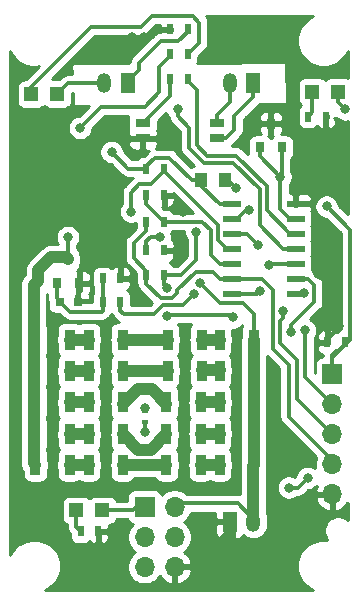
<source format=gbr>
G04 #@! TF.GenerationSoftware,KiCad,Pcbnew,(5.1.5)-3*
G04 #@! TF.CreationDate,2020-04-29T16:36:19+01:00*
G04 #@! TF.ProjectId,v4,76342e6b-6963-4616-945f-706362585858,rev?*
G04 #@! TF.SameCoordinates,Original*
G04 #@! TF.FileFunction,Copper,L1,Top*
G04 #@! TF.FilePolarity,Positive*
%FSLAX46Y46*%
G04 Gerber Fmt 4.6, Leading zero omitted, Abs format (unit mm)*
G04 Created by KiCad (PCBNEW (5.1.5)-3) date 2020-04-29 16:36:19*
%MOMM*%
%LPD*%
G04 APERTURE LIST*
%ADD10R,0.600000X0.400000*%
%ADD11R,0.800000X0.900000*%
%ADD12R,0.900000X1.700000*%
%ADD13R,1.200000X1.200000*%
%ADD14R,1.000000X1.250000*%
%ADD15R,1.300000X0.800000*%
%ADD16R,1.200000X1.700000*%
%ADD17O,1.200000X1.700000*%
%ADD18R,0.500000X0.900000*%
%ADD19R,0.800000X0.750000*%
%ADD20R,1.700000X1.700000*%
%ADD21O,1.700000X1.700000*%
%ADD22R,1.500000X0.600000*%
%ADD23C,0.800000*%
%ADD24C,0.300000*%
%ADD25C,1.000000*%
%ADD26C,0.254000*%
G04 APERTURE END LIST*
D10*
X114017600Y-83037600D03*
X114017600Y-82137600D03*
D11*
X123767600Y-59787600D03*
X125667600Y-59787600D03*
X124717600Y-57787600D03*
D12*
X107667600Y-76087600D03*
X104767600Y-76087600D03*
X112167600Y-76087600D03*
X109267600Y-76087600D03*
X118867600Y-76087600D03*
X115967600Y-76087600D03*
X123267600Y-76087600D03*
X120367600Y-76087600D03*
X107667600Y-84037600D03*
X104767600Y-84037600D03*
X107667600Y-86687600D03*
X104767600Y-86687600D03*
X112167600Y-84037600D03*
X109267600Y-84037600D03*
X112167600Y-86687600D03*
X109267600Y-86687600D03*
X118767600Y-84037600D03*
X115867600Y-84037600D03*
X118767600Y-86687600D03*
X115867600Y-86687600D03*
X123267600Y-84037600D03*
X120367600Y-84037600D03*
X123267600Y-86687600D03*
X120367600Y-86687600D03*
X107667600Y-78737600D03*
X104767600Y-78737600D03*
X107667600Y-81387600D03*
X104767600Y-81387600D03*
X112167600Y-78737600D03*
X109267600Y-78737600D03*
X112167600Y-81387600D03*
X109267600Y-81387600D03*
X118867600Y-78737600D03*
X115967600Y-78737600D03*
X118767600Y-81387600D03*
X115867600Y-81387600D03*
X123267600Y-78737600D03*
X120367600Y-78737600D03*
X123267600Y-81387600D03*
X120367600Y-81387600D03*
D13*
X110442600Y-90512600D03*
X108242600Y-90512600D03*
D14*
X118817600Y-62587600D03*
X120817600Y-62587600D03*
D13*
X106617600Y-55287600D03*
X104417600Y-55287600D03*
D15*
X113867600Y-57747600D03*
X113867600Y-59027600D03*
X120167600Y-59027600D03*
X120167600Y-57747600D03*
D13*
X130417600Y-55087600D03*
X128217600Y-55087600D03*
D16*
X123217600Y-54387600D03*
D17*
X121217600Y-54387600D03*
D18*
X110092600Y-92312600D03*
X108592600Y-92312600D03*
X130967600Y-76287600D03*
X129467600Y-76287600D03*
X114167600Y-68487600D03*
X115667600Y-68487600D03*
X129367600Y-57187600D03*
X127867600Y-57187600D03*
X116167600Y-51887600D03*
X117667600Y-51887600D03*
X116167600Y-49787600D03*
X117667600Y-49787600D03*
X110467600Y-70887600D03*
X111967600Y-70887600D03*
X110467600Y-72887600D03*
X111967600Y-72887600D03*
X116167600Y-53987600D03*
X117667600Y-53987600D03*
X114167600Y-63837600D03*
X115667600Y-63837600D03*
X114167600Y-66087600D03*
X115667600Y-66087600D03*
X114167600Y-70587600D03*
X115667600Y-70587600D03*
X114167600Y-61587600D03*
X115667600Y-61587600D03*
D19*
X108367600Y-72887600D03*
X106867600Y-72887600D03*
D20*
X129917600Y-78987600D03*
D21*
X129917600Y-81527600D03*
X129917600Y-84067600D03*
X129917600Y-86607600D03*
X129917600Y-89147600D03*
D20*
X114017600Y-90237600D03*
D21*
X116557600Y-90237600D03*
X114017600Y-92777600D03*
X116557600Y-92777600D03*
X114017600Y-95317600D03*
X116557600Y-95317600D03*
D16*
X121217600Y-91487600D03*
D17*
X123217600Y-91487600D03*
D22*
X121417600Y-64577600D03*
X121417600Y-65847600D03*
X121417600Y-67117600D03*
X121417600Y-68387600D03*
X121417600Y-69657600D03*
X121417600Y-70927600D03*
X121417600Y-72197600D03*
X126817600Y-72197600D03*
X126817600Y-70927600D03*
X126817600Y-69657600D03*
X126817600Y-68387600D03*
X126817600Y-67117600D03*
X126817600Y-65847600D03*
X126817600Y-64577600D03*
D16*
X112617600Y-54387600D03*
D17*
X110617600Y-54387600D03*
D11*
X106567600Y-71287600D03*
X108467600Y-71287600D03*
X107517600Y-69287600D03*
D23*
X119817600Y-51587600D03*
X119817600Y-49187600D03*
X112917600Y-50437610D03*
X113934889Y-50409368D03*
X111017600Y-67687600D03*
X109817600Y-67687600D03*
X105417600Y-89987600D03*
X106517600Y-89987600D03*
X110217600Y-96387600D03*
X111317600Y-96387600D03*
X125417600Y-86287600D03*
X125417600Y-87387600D03*
X128717600Y-69287600D03*
X128717600Y-70487600D03*
X121755525Y-63266240D03*
X127017600Y-63187600D03*
X109817600Y-68787600D03*
X111017600Y-68787600D03*
X103917600Y-67687600D03*
X105117600Y-67687600D03*
X113317600Y-72787600D03*
X117287772Y-65254798D03*
X114187550Y-72917650D03*
X130517634Y-74939699D03*
X112117600Y-58662600D03*
X116817600Y-68887600D03*
X111217600Y-60187600D03*
X118668648Y-71238648D03*
X116817590Y-56553279D03*
X107517600Y-67387598D03*
X108567600Y-58137600D03*
X125517600Y-62287600D03*
X127617600Y-75287600D03*
X121517604Y-74187600D03*
X115877103Y-74097241D03*
X115917600Y-71687600D03*
X118408132Y-66962306D03*
X114017600Y-83887600D03*
X124517600Y-69787600D03*
X118158746Y-72213341D03*
X122817533Y-65137590D03*
X129425452Y-64795296D03*
X123617600Y-68087600D03*
X125767610Y-73687600D03*
X112867589Y-65237589D03*
X131017600Y-56587600D03*
X123759203Y-71987611D03*
X127524287Y-72149244D03*
X126223665Y-88606799D03*
X127817600Y-87787600D03*
X126414253Y-75437610D03*
X114017596Y-81837596D03*
X115292377Y-67348877D03*
D24*
X108367600Y-71387600D02*
X108467600Y-71287600D01*
X108367600Y-72887600D02*
X108367600Y-71387600D01*
X121076885Y-62587600D02*
X121755525Y-63266240D01*
X120817600Y-62587600D02*
X121076885Y-62587600D01*
X126817600Y-64577600D02*
X126817600Y-63387600D01*
X126817600Y-63387600D02*
X127017600Y-63187600D01*
X129467600Y-76287600D02*
X129467600Y-76087600D01*
X130517634Y-75037566D02*
X130517634Y-74939699D01*
X129467600Y-76087600D02*
X130517634Y-75037566D01*
X118037600Y-95317600D02*
X116557600Y-95317600D01*
X121217600Y-91487600D02*
X121217600Y-92137600D01*
X121217600Y-92137600D02*
X118037600Y-95317600D01*
D25*
X121217600Y-93337600D02*
X120217600Y-94337600D01*
X121217600Y-91487600D02*
X121217600Y-93337600D01*
X120217600Y-94337600D02*
X120217600Y-95037600D01*
D24*
X116417601Y-68487601D02*
X116817600Y-68887600D01*
X115667600Y-68487600D02*
X116417601Y-68487601D01*
X120367600Y-64577600D02*
X121417600Y-64577600D01*
X118817600Y-63027600D02*
X120367600Y-64577600D01*
X118817600Y-62587600D02*
X118817600Y-63027600D01*
X107517600Y-54387600D02*
X106617600Y-55287600D01*
X110617600Y-54387600D02*
X107517600Y-54387600D01*
X112617600Y-61587600D02*
X111217600Y-60187600D01*
X114167600Y-61587600D02*
X112617600Y-61587600D01*
X118017600Y-62587600D02*
X116117599Y-60687599D01*
X114867601Y-60687599D02*
X114167600Y-61387600D01*
X118817600Y-62587600D02*
X118017600Y-62587600D01*
X114167600Y-61387600D02*
X114167600Y-61587600D01*
X116117599Y-60687599D02*
X114867601Y-60687599D01*
D25*
X123267600Y-76087600D02*
X123267600Y-78737600D01*
X123267600Y-81387600D02*
X123267600Y-84037600D01*
X123267600Y-78737600D02*
X123267600Y-81387600D01*
X123267600Y-86687600D02*
X123267600Y-84037600D01*
X123217600Y-86737600D02*
X123267600Y-86687600D01*
X123217600Y-91487600D02*
X123217600Y-86737600D01*
D24*
X123217600Y-91237600D02*
X123217600Y-91487600D01*
X121917601Y-89937601D02*
X123217600Y-91237600D01*
X116557600Y-90237600D02*
X116857599Y-89937601D01*
X116857599Y-89937601D02*
X121917601Y-89937601D01*
X123267600Y-73879596D02*
X122335605Y-72947601D01*
X123267600Y-76087600D02*
X123267600Y-73879596D01*
X122335605Y-72947601D02*
X120377601Y-72947601D01*
X120377601Y-72947601D02*
X118668648Y-71238648D01*
X113517600Y-52667598D02*
X113517600Y-53237600D01*
X117667600Y-49787600D02*
X117667600Y-49987600D01*
X117667600Y-49987600D02*
X116867601Y-50787599D01*
X115397599Y-50787599D02*
X113517600Y-52667598D01*
X112617600Y-54137600D02*
X112617600Y-54387600D01*
X113517600Y-53237600D02*
X112617600Y-54137600D01*
X116867601Y-50787599D02*
X115397599Y-50787599D01*
X116817590Y-57118964D02*
X116817590Y-56553279D01*
X117817600Y-59887600D02*
X117817600Y-58118974D01*
X119017611Y-61087611D02*
X117817600Y-59887600D01*
X125767600Y-68387600D02*
X123767602Y-66387602D01*
X121511066Y-61087611D02*
X119017611Y-61087611D01*
X117817600Y-58118974D02*
X116817590Y-57118964D01*
X126817600Y-68387600D02*
X125767600Y-68387600D01*
X123767602Y-63344147D02*
X121511066Y-61087611D01*
X123767602Y-66387602D02*
X123767602Y-63344147D01*
X114167600Y-70237600D02*
X114167600Y-70587600D01*
X113117600Y-69187600D02*
X114167600Y-70237600D01*
X113117600Y-67887600D02*
X113117600Y-69187600D01*
X114167600Y-66087600D02*
X114167600Y-66837600D01*
X114167600Y-66837600D02*
X113117600Y-67887600D01*
X123965603Y-70927600D02*
X121417600Y-70927600D01*
X129917600Y-86287600D02*
X126217600Y-82587600D01*
X124917600Y-71879597D02*
X123965603Y-70927600D01*
X129917600Y-86607600D02*
X129917600Y-86287600D01*
X126217600Y-82587600D02*
X126217600Y-78187600D01*
X126217600Y-78187600D02*
X124917600Y-76887600D01*
X124917600Y-76887600D02*
X124917600Y-71879597D01*
X116325601Y-72537601D02*
X115367601Y-72537601D01*
X119767600Y-70327600D02*
X118335602Y-70327600D01*
X115367601Y-72537601D02*
X114167600Y-71337600D01*
X116767601Y-71895601D02*
X116767601Y-72095601D01*
X114167600Y-71337600D02*
X114167600Y-70587600D01*
X121417600Y-70927600D02*
X120367600Y-70927600D01*
X116767601Y-72095601D02*
X116325601Y-72537601D01*
X120367600Y-70927600D02*
X119767600Y-70327600D01*
X118335602Y-70327600D02*
X116767601Y-71895601D01*
X117667600Y-54187600D02*
X117667600Y-53987600D01*
X118417600Y-59587600D02*
X118417600Y-54937600D01*
X126367600Y-67117600D02*
X124367613Y-65117613D01*
X126817600Y-67117600D02*
X126367600Y-67117600D01*
X119317600Y-60487600D02*
X118417600Y-59587600D01*
X124367613Y-65117613D02*
X124367613Y-63095615D01*
X118417600Y-54937600D02*
X117667600Y-54187600D01*
X124367613Y-63095615D02*
X121759598Y-60487600D01*
X121759598Y-60487600D02*
X119317600Y-60487600D01*
D25*
X118767600Y-81387600D02*
X120367600Y-81387600D01*
X118867600Y-78687600D02*
X120367600Y-78687600D01*
X112167600Y-81487600D02*
X113417589Y-80237611D01*
X114617611Y-80237611D02*
X115867600Y-81487600D01*
X113417589Y-80237611D02*
X114617611Y-80237611D01*
X115967600Y-78737600D02*
X112167600Y-78737600D01*
X109267600Y-81387600D02*
X107667600Y-81387600D01*
X107667600Y-78737600D02*
X109267600Y-78737600D01*
X104624909Y-86544909D02*
X104624909Y-71443451D01*
X104767600Y-86687600D02*
X104624909Y-86544909D01*
X107317600Y-69087600D02*
X107517600Y-69287600D01*
X104624909Y-71443451D02*
X104999180Y-71069180D01*
X104999180Y-71069180D02*
X104999180Y-70206018D01*
X104999180Y-70206018D02*
X106117598Y-69087600D01*
X106117598Y-69087600D02*
X107317600Y-69087600D01*
D24*
X107517600Y-69287600D02*
X107517600Y-67387598D01*
X114017600Y-56387600D02*
X110317600Y-56387600D01*
X115267599Y-52987601D02*
X115267599Y-55137601D01*
X116167600Y-51887600D02*
X116167600Y-52087600D01*
X116167600Y-52087600D02*
X115267599Y-52987601D01*
X110317600Y-56387600D02*
X108567600Y-58137600D01*
X115267599Y-55137601D02*
X114017600Y-56387600D01*
X109517600Y-49587600D02*
X104417600Y-54687600D01*
X118617600Y-50937600D02*
X118617600Y-49227598D01*
X104417600Y-54687600D02*
X104417600Y-55287600D01*
X117667600Y-51887600D02*
X118617600Y-50937600D01*
X118617600Y-49227598D02*
X118077602Y-48687600D01*
X118077602Y-48687600D02*
X114617600Y-48687600D01*
X114617600Y-48687600D02*
X113717600Y-49587600D01*
X113717600Y-49587600D02*
X109517600Y-49587600D01*
X127967600Y-57187600D02*
X127867600Y-57187600D01*
X128217600Y-56837600D02*
X128217600Y-55087600D01*
X127867600Y-57187600D02*
X128217600Y-56837600D01*
X123767600Y-59737600D02*
X123767600Y-60537600D01*
X123767600Y-60537600D02*
X125517600Y-62287600D01*
X125517600Y-64997600D02*
X125517600Y-62287600D01*
X126367600Y-65847600D02*
X125517600Y-64997600D01*
X126817600Y-65847600D02*
X126367600Y-65847600D01*
X125667600Y-62137600D02*
X125517600Y-62287600D01*
X125667600Y-59787600D02*
X125667600Y-62137600D01*
X127617600Y-79227600D02*
X129917600Y-81527600D01*
X127617600Y-75287600D02*
X127617600Y-79227600D01*
X115986744Y-73987600D02*
X115877103Y-74097241D01*
X121517604Y-74187600D02*
X121317604Y-73987600D01*
X121317604Y-73987600D02*
X115986744Y-73987600D01*
X115667600Y-71437600D02*
X115917600Y-71687600D01*
X115667600Y-70587600D02*
X115667600Y-71437600D01*
X115667600Y-70587600D02*
X117117600Y-70587600D01*
X118408132Y-69297068D02*
X118408132Y-66962306D01*
X117117600Y-70587600D02*
X118408132Y-69297068D01*
X114017600Y-83037600D02*
X114017600Y-83887600D01*
X126817600Y-69657600D02*
X124647600Y-69657600D01*
X124647600Y-69657600D02*
X124517600Y-69787600D01*
X112267602Y-73937602D02*
X114809594Y-73937602D01*
X117234475Y-73137612D02*
X117758747Y-72613340D01*
X115609584Y-73137612D02*
X117234475Y-73137612D01*
X117758747Y-72613340D02*
X118158746Y-72213341D01*
X114809594Y-73937602D02*
X115609584Y-73137612D01*
X111967600Y-72887600D02*
X111967600Y-73637600D01*
X111967600Y-73637600D02*
X112267602Y-73937602D01*
X106567600Y-72587600D02*
X106867600Y-72887600D01*
X106567600Y-71287600D02*
X106567600Y-72587600D01*
X110467600Y-70887600D02*
X110467600Y-72887600D01*
X106892600Y-72887600D02*
X106867600Y-72887600D01*
X107717601Y-73712601D02*
X106892600Y-72887600D01*
X110392599Y-73712601D02*
X107717601Y-73712601D01*
X110467600Y-73637600D02*
X110392599Y-73712601D01*
X110467600Y-72887600D02*
X110467600Y-73637600D01*
X120877600Y-59027600D02*
X120167600Y-59027600D01*
X121617600Y-58287600D02*
X120877600Y-59027600D01*
X121617600Y-57169302D02*
X121617600Y-58287600D01*
X123217600Y-54387600D02*
X123217600Y-55569302D01*
X123217600Y-55569302D02*
X121617600Y-57169302D01*
X120167600Y-57037600D02*
X120167600Y-57747600D01*
X121217600Y-54387600D02*
X121217600Y-55987600D01*
X121217600Y-55987600D02*
X120167600Y-57037600D01*
X108242600Y-91962600D02*
X108242600Y-90512600D01*
X108592600Y-92312600D02*
X108242600Y-91962600D01*
X121867600Y-65847600D02*
X122577610Y-65137590D01*
X122577610Y-65137590D02*
X122817533Y-65137590D01*
X121417600Y-65847600D02*
X121867600Y-65847600D01*
X130967600Y-76487600D02*
X130967600Y-76287600D01*
X130417600Y-77037600D02*
X130967600Y-76487600D01*
X130217600Y-77037600D02*
X130417600Y-77037600D01*
X129917600Y-77337600D02*
X130217600Y-77037600D01*
X129917600Y-78987600D02*
X129917600Y-77337600D01*
X131392590Y-66762434D02*
X129425452Y-64795296D01*
X131392590Y-76112610D02*
X131392590Y-66762434D01*
X129917600Y-78987600D02*
X129917600Y-77587600D01*
X129917600Y-77587600D02*
X131392590Y-76112610D01*
X122647600Y-67117600D02*
X123617600Y-68087600D01*
X121417600Y-67117600D02*
X122647600Y-67117600D01*
X125767610Y-74253285D02*
X125767610Y-73687600D01*
X126917600Y-81067600D02*
X126917600Y-77787600D01*
X129917600Y-84067600D02*
X126917600Y-81067600D01*
X126917600Y-77787600D02*
X125517609Y-76387609D01*
X125517609Y-76387609D02*
X125517609Y-74503286D01*
X125517609Y-74503286D02*
X125767610Y-74253285D01*
X113557599Y-62937599D02*
X112867589Y-63627609D01*
X115667600Y-61787600D02*
X114517601Y-62937599D01*
X114517601Y-62937599D02*
X113557599Y-62937599D01*
X112867589Y-63627609D02*
X112867589Y-65237589D01*
X115667600Y-61587600D02*
X115667600Y-61787600D01*
X115667600Y-61787600D02*
X120217599Y-66337599D01*
X120967600Y-68387600D02*
X121417600Y-68387600D01*
X120217599Y-66337599D02*
X120217599Y-67637599D01*
X120217599Y-67637599D02*
X120967600Y-68387600D01*
X114167600Y-64587600D02*
X115667600Y-66087600D01*
X114167600Y-63837600D02*
X114167600Y-64587600D01*
X118900312Y-66112304D02*
X119617588Y-66829580D01*
X115667600Y-66087600D02*
X116217600Y-66087600D01*
X116242304Y-66112304D02*
X118900312Y-66112304D01*
X116217600Y-66087600D02*
X116242304Y-66112304D01*
X119617588Y-66829580D02*
X119617588Y-68907588D01*
X119617588Y-68907588D02*
X120367600Y-69657600D01*
X120367600Y-69657600D02*
X121417600Y-69657600D01*
X130417600Y-55987600D02*
X131017600Y-56587600D01*
X130417600Y-55087600D02*
X130417600Y-55987600D01*
X123549214Y-72197600D02*
X123759203Y-71987611D01*
X121417600Y-72197600D02*
X123549214Y-72197600D01*
X126817600Y-72197600D02*
X126865956Y-72149244D01*
X126865956Y-72149244D02*
X126958602Y-72149244D01*
X126958602Y-72149244D02*
X127524287Y-72149244D01*
X127817600Y-87787600D02*
X126998401Y-88606799D01*
X126998401Y-88606799D02*
X126223665Y-88606799D01*
X113317600Y-90237600D02*
X114017600Y-90237600D01*
X110442600Y-90512600D02*
X113042600Y-90512600D01*
X113042600Y-90512600D02*
X113317600Y-90237600D01*
X128374288Y-71434288D02*
X128374288Y-72906378D01*
X126817600Y-70927600D02*
X127867600Y-70927600D01*
X127867600Y-70927600D02*
X128374288Y-71434288D01*
X126414253Y-74866413D02*
X126414253Y-75437610D01*
X128374288Y-72906378D02*
X126414253Y-74866413D01*
X114167600Y-67737600D02*
X114556323Y-67348877D01*
X114556323Y-67348877D02*
X115292377Y-67348877D01*
X114167600Y-68487600D02*
X114167600Y-67737600D01*
X114017596Y-82137596D02*
X114017600Y-82137600D01*
X114017596Y-81837596D02*
X114017596Y-82137596D01*
D25*
X118767600Y-86687600D02*
X120367600Y-86687600D01*
X118767600Y-84037600D02*
X120367600Y-84037600D01*
X112167600Y-86687600D02*
X115867600Y-86687600D01*
X112167600Y-84087600D02*
X113467590Y-85387590D01*
X114567610Y-85387590D02*
X115867600Y-84087600D01*
X113467590Y-85387590D02*
X114567610Y-85387590D01*
X107667600Y-86687600D02*
X109267600Y-86687600D01*
X107667600Y-84087600D02*
X109267600Y-84087600D01*
X118867600Y-76087600D02*
X120367600Y-76087600D01*
X112167600Y-76087600D02*
X115967600Y-76087600D01*
X107667600Y-76087600D02*
X109267600Y-76087600D01*
D24*
X116167600Y-55447600D02*
X113867600Y-57747600D01*
X116167600Y-53987600D02*
X116167600Y-55447600D01*
D26*
G36*
X102686969Y-51796269D02*
G01*
X102931562Y-52162329D01*
X103242871Y-52473638D01*
X103608931Y-52718231D01*
X104015675Y-52886710D01*
X104447472Y-52972600D01*
X104887728Y-52972600D01*
X105055893Y-52939150D01*
X103945515Y-54049528D01*
X103817600Y-54049528D01*
X103693118Y-54061788D01*
X103573420Y-54098098D01*
X103463106Y-54157063D01*
X103366415Y-54236415D01*
X103287063Y-54333106D01*
X103228098Y-54443420D01*
X103191788Y-54563118D01*
X103179528Y-54687600D01*
X103179528Y-55887600D01*
X103191788Y-56012082D01*
X103228098Y-56131780D01*
X103287063Y-56242094D01*
X103366415Y-56338785D01*
X103463106Y-56418137D01*
X103573420Y-56477102D01*
X103693118Y-56513412D01*
X103817600Y-56525672D01*
X105017600Y-56525672D01*
X105142082Y-56513412D01*
X105261780Y-56477102D01*
X105372094Y-56418137D01*
X105468785Y-56338785D01*
X105517600Y-56279304D01*
X105566415Y-56338785D01*
X105663106Y-56418137D01*
X105773420Y-56477102D01*
X105893118Y-56513412D01*
X106017600Y-56525672D01*
X107217600Y-56525672D01*
X107342082Y-56513412D01*
X107461780Y-56477102D01*
X107572094Y-56418137D01*
X107668785Y-56338785D01*
X107748137Y-56242094D01*
X107807102Y-56131780D01*
X107843412Y-56012082D01*
X107855672Y-55887600D01*
X107855672Y-55172600D01*
X107921144Y-55172600D01*
X107965727Y-56168281D01*
X107968290Y-56188598D01*
X107975750Y-56212350D01*
X107987701Y-56234191D01*
X108003683Y-56253280D01*
X108023083Y-56268884D01*
X108045153Y-56280404D01*
X108069048Y-56287397D01*
X108093847Y-56289594D01*
X109317462Y-56277581D01*
X108492443Y-57102600D01*
X108465661Y-57102600D01*
X108265702Y-57142374D01*
X108077344Y-57220395D01*
X107907826Y-57333663D01*
X107763663Y-57477826D01*
X107650395Y-57647344D01*
X107572374Y-57835702D01*
X107532600Y-58035661D01*
X107532600Y-58239539D01*
X107572374Y-58439498D01*
X107650395Y-58627856D01*
X107763663Y-58797374D01*
X107907826Y-58941537D01*
X108077344Y-59054805D01*
X108265702Y-59132826D01*
X108465661Y-59172600D01*
X108669539Y-59172600D01*
X108869498Y-59132826D01*
X109057856Y-59054805D01*
X109227374Y-58941537D01*
X109371537Y-58797374D01*
X109484805Y-58627856D01*
X109562826Y-58439498D01*
X109602600Y-58239539D01*
X109602600Y-58212757D01*
X110642757Y-57172600D01*
X112607112Y-57172600D01*
X112591788Y-57223118D01*
X112579528Y-57347600D01*
X112579528Y-58147600D01*
X112591788Y-58272082D01*
X112626830Y-58387600D01*
X112591788Y-58503118D01*
X112579528Y-58627600D01*
X112582600Y-58741850D01*
X112741350Y-58900600D01*
X113740600Y-58900600D01*
X113740600Y-58880600D01*
X113994600Y-58880600D01*
X113994600Y-58900600D01*
X114993850Y-58900600D01*
X115152600Y-58741850D01*
X115155672Y-58627600D01*
X115143412Y-58503118D01*
X115108370Y-58387600D01*
X115143412Y-58272082D01*
X115155672Y-58147600D01*
X115155672Y-57569685D01*
X115836369Y-56888988D01*
X115900385Y-57043535D01*
X116013653Y-57213053D01*
X116040726Y-57240126D01*
X116043949Y-57272850D01*
X116088836Y-57420823D01*
X116161728Y-57557196D01*
X116259826Y-57676728D01*
X116289780Y-57701311D01*
X117032601Y-58444132D01*
X117032600Y-59849047D01*
X117028803Y-59887600D01*
X117032600Y-59926153D01*
X117032600Y-59926160D01*
X117043959Y-60041486D01*
X117088846Y-60189459D01*
X117161738Y-60325832D01*
X117259836Y-60445364D01*
X117289790Y-60469947D01*
X118165123Y-61345280D01*
X118073420Y-61373098D01*
X117969046Y-61428888D01*
X116699946Y-60159789D01*
X116675363Y-60129835D01*
X116555832Y-60031737D01*
X116419459Y-59958845D01*
X116271486Y-59913958D01*
X116156160Y-59902599D01*
X116156152Y-59902599D01*
X116117599Y-59898802D01*
X116079046Y-59902599D01*
X114939767Y-59902599D01*
X114968785Y-59878785D01*
X115048137Y-59782094D01*
X115107102Y-59671780D01*
X115143412Y-59552082D01*
X115155672Y-59427600D01*
X115152600Y-59313350D01*
X114993850Y-59154600D01*
X113994600Y-59154600D01*
X113994600Y-59903850D01*
X114153350Y-60062600D01*
X114389337Y-60064590D01*
X114339788Y-60105254D01*
X114339785Y-60105257D01*
X114309837Y-60129835D01*
X114285258Y-60159784D01*
X113945515Y-60499528D01*
X113917600Y-60499528D01*
X113793118Y-60511788D01*
X113673420Y-60548098D01*
X113563106Y-60607063D01*
X113466415Y-60686415D01*
X113387063Y-60783106D01*
X113376643Y-60802600D01*
X112942758Y-60802600D01*
X112252600Y-60112443D01*
X112252600Y-60085661D01*
X112212826Y-59885702D01*
X112134805Y-59697344D01*
X112021537Y-59527826D01*
X111921311Y-59427600D01*
X112579528Y-59427600D01*
X112591788Y-59552082D01*
X112628098Y-59671780D01*
X112687063Y-59782094D01*
X112766415Y-59878785D01*
X112863106Y-59958137D01*
X112973420Y-60017102D01*
X113093118Y-60053412D01*
X113217600Y-60065672D01*
X113581850Y-60062600D01*
X113740600Y-59903850D01*
X113740600Y-59154600D01*
X112741350Y-59154600D01*
X112582600Y-59313350D01*
X112579528Y-59427600D01*
X111921311Y-59427600D01*
X111877374Y-59383663D01*
X111707856Y-59270395D01*
X111519498Y-59192374D01*
X111319539Y-59152600D01*
X111115661Y-59152600D01*
X110915702Y-59192374D01*
X110727344Y-59270395D01*
X110557826Y-59383663D01*
X110413663Y-59527826D01*
X110300395Y-59697344D01*
X110222374Y-59885702D01*
X110182600Y-60085661D01*
X110182600Y-60289539D01*
X110222374Y-60489498D01*
X110300395Y-60677856D01*
X110413663Y-60847374D01*
X110557826Y-60991537D01*
X110727344Y-61104805D01*
X110915702Y-61182826D01*
X111115661Y-61222600D01*
X111142443Y-61222600D01*
X112035258Y-62115416D01*
X112059836Y-62145364D01*
X112089784Y-62169942D01*
X112089787Y-62169945D01*
X112097649Y-62176397D01*
X112179367Y-62243462D01*
X112315740Y-62316354D01*
X112463713Y-62361242D01*
X112538626Y-62368620D01*
X112579039Y-62372600D01*
X112579044Y-62372600D01*
X112617600Y-62376397D01*
X112656155Y-62372600D01*
X113008651Y-62372600D01*
X112999835Y-62379835D01*
X112975254Y-62409787D01*
X112339779Y-63045262D01*
X112309825Y-63069845D01*
X112211727Y-63189377D01*
X112138835Y-63325750D01*
X112093948Y-63473723D01*
X112082589Y-63589049D01*
X112082589Y-63589056D01*
X112078792Y-63627609D01*
X112082589Y-63666162D01*
X112082590Y-64558877D01*
X112063652Y-64577815D01*
X111950384Y-64747333D01*
X111872363Y-64935691D01*
X111832589Y-65135650D01*
X111832589Y-65339528D01*
X111872363Y-65539487D01*
X111950384Y-65727845D01*
X112063652Y-65897363D01*
X112207815Y-66041526D01*
X112377333Y-66154794D01*
X112565691Y-66232815D01*
X112765650Y-66272589D01*
X112969528Y-66272589D01*
X113169487Y-66232815D01*
X113279528Y-66187234D01*
X113279528Y-66537600D01*
X113286514Y-66608529D01*
X112589790Y-67305253D01*
X112559836Y-67329836D01*
X112461738Y-67449368D01*
X112388846Y-67585741D01*
X112343959Y-67733714D01*
X112332600Y-67849040D01*
X112332600Y-67849047D01*
X112328803Y-67887600D01*
X112332600Y-67926153D01*
X112332601Y-69149038D01*
X112328803Y-69187600D01*
X112343959Y-69341486D01*
X112388846Y-69489459D01*
X112400781Y-69511788D01*
X112461739Y-69625833D01*
X112470364Y-69636342D01*
X112535255Y-69715412D01*
X112535259Y-69715416D01*
X112559837Y-69745364D01*
X112589785Y-69769942D01*
X113279528Y-70459686D01*
X113279528Y-71037600D01*
X113291788Y-71162082D01*
X113328098Y-71281780D01*
X113383516Y-71385458D01*
X113393959Y-71491486D01*
X113438846Y-71639459D01*
X113511738Y-71775832D01*
X113609836Y-71895364D01*
X113639790Y-71919947D01*
X114678441Y-72958598D01*
X114484437Y-73152602D01*
X112855672Y-73152602D01*
X112855672Y-72437600D01*
X112843412Y-72313118D01*
X112807102Y-72193420D01*
X112748137Y-72083106D01*
X112668785Y-71986415D01*
X112572094Y-71907063D01*
X112535364Y-71887430D01*
X112582989Y-71860693D01*
X112678019Y-71779358D01*
X112755355Y-71681047D01*
X112812025Y-71569537D01*
X112845852Y-71449114D01*
X112855536Y-71324405D01*
X112852600Y-71173350D01*
X112693850Y-71014600D01*
X112090600Y-71014600D01*
X112090600Y-71034600D01*
X111844600Y-71034600D01*
X111844600Y-71014600D01*
X111820600Y-71014600D01*
X111820600Y-70760600D01*
X111844600Y-70760600D01*
X111844600Y-69961350D01*
X112090600Y-69961350D01*
X112090600Y-70760600D01*
X112693850Y-70760600D01*
X112852600Y-70601850D01*
X112855536Y-70450795D01*
X112845852Y-70326086D01*
X112812025Y-70205663D01*
X112755355Y-70094153D01*
X112678019Y-69995842D01*
X112582989Y-69914507D01*
X112473918Y-69853274D01*
X112354997Y-69814496D01*
X112249350Y-69802600D01*
X112090600Y-69961350D01*
X111844600Y-69961350D01*
X111685850Y-69802600D01*
X111580203Y-69814496D01*
X111461282Y-69853274D01*
X111352211Y-69914507D01*
X111257181Y-69995842D01*
X111217705Y-70046025D01*
X111168785Y-69986415D01*
X111072094Y-69907063D01*
X110961780Y-69848098D01*
X110842082Y-69811788D01*
X110717600Y-69799528D01*
X110217600Y-69799528D01*
X110093118Y-69811788D01*
X109973420Y-69848098D01*
X109863106Y-69907063D01*
X109766415Y-69986415D01*
X109687063Y-70083106D01*
X109628098Y-70193420D01*
X109591788Y-70313118D01*
X109579528Y-70437600D01*
X109579528Y-71337600D01*
X109591788Y-71462082D01*
X109628098Y-71581780D01*
X109682600Y-71683745D01*
X109682601Y-72091454D01*
X109628098Y-72193420D01*
X109591788Y-72313118D01*
X109579528Y-72437600D01*
X109579528Y-72927601D01*
X108220600Y-72927601D01*
X108220600Y-72760600D01*
X108240600Y-72760600D01*
X108240600Y-72313850D01*
X108340600Y-72213850D01*
X108340600Y-72036350D01*
X108494600Y-72036350D01*
X108494600Y-72760600D01*
X109243850Y-72760600D01*
X109402600Y-72601850D01*
X109405672Y-72512600D01*
X109393412Y-72388118D01*
X109357102Y-72268420D01*
X109315831Y-72191209D01*
X109318785Y-72188785D01*
X109398137Y-72092094D01*
X109457102Y-71981780D01*
X109493412Y-71862082D01*
X109505672Y-71737600D01*
X109502600Y-71573350D01*
X109343850Y-71414600D01*
X108594600Y-71414600D01*
X108594600Y-71936350D01*
X108494600Y-72036350D01*
X108340600Y-72036350D01*
X108340600Y-71414600D01*
X108320600Y-71414600D01*
X108320600Y-71160600D01*
X108340600Y-71160600D01*
X108340600Y-70361350D01*
X108594600Y-70361350D01*
X108594600Y-71160600D01*
X109343850Y-71160600D01*
X109502600Y-71001850D01*
X109505672Y-70837600D01*
X109493412Y-70713118D01*
X109457102Y-70593420D01*
X109398137Y-70483106D01*
X109318785Y-70386415D01*
X109222094Y-70307063D01*
X109111780Y-70248098D01*
X108992082Y-70211788D01*
X108867600Y-70199528D01*
X108753350Y-70202600D01*
X108594600Y-70361350D01*
X108340600Y-70361350D01*
X108255993Y-70276743D01*
X108272094Y-70268137D01*
X108368785Y-70188785D01*
X108448137Y-70092094D01*
X108507102Y-69981780D01*
X108543412Y-69862082D01*
X108553784Y-69756773D01*
X108571276Y-69724047D01*
X108636177Y-69510099D01*
X108658091Y-69287600D01*
X108636177Y-69065102D01*
X108571276Y-68851154D01*
X108553784Y-68818428D01*
X108543412Y-68713118D01*
X108507102Y-68593420D01*
X108448137Y-68483106D01*
X108368785Y-68386415D01*
X108302600Y-68332099D01*
X108302600Y-68066309D01*
X108321537Y-68047372D01*
X108434805Y-67877854D01*
X108512826Y-67689496D01*
X108552600Y-67489537D01*
X108552600Y-67285659D01*
X108512826Y-67085700D01*
X108434805Y-66897342D01*
X108321537Y-66727824D01*
X108177374Y-66583661D01*
X108007856Y-66470393D01*
X107819498Y-66392372D01*
X107619539Y-66352598D01*
X107415661Y-66352598D01*
X107215702Y-66392372D01*
X107027344Y-66470393D01*
X106857826Y-66583661D01*
X106713663Y-66727824D01*
X106600395Y-66897342D01*
X106522374Y-67085700D01*
X106482600Y-67285659D01*
X106482600Y-67489537D01*
X106522374Y-67689496D01*
X106600395Y-67877854D01*
X106650339Y-67952600D01*
X106173349Y-67952600D01*
X106117598Y-67947109D01*
X106061846Y-67952600D01*
X105895099Y-67969023D01*
X105681151Y-68033924D01*
X105483975Y-68139316D01*
X105311149Y-68281151D01*
X105275606Y-68324460D01*
X104236040Y-69364027D01*
X104192732Y-69399569D01*
X104050897Y-69572395D01*
X103945504Y-69769571D01*
X103880603Y-69983519D01*
X103864180Y-70150266D01*
X103858689Y-70206018D01*
X103864180Y-70261769D01*
X103864180Y-70599049D01*
X103861769Y-70601460D01*
X103818461Y-70637002D01*
X103676626Y-70809828D01*
X103634063Y-70889459D01*
X103571233Y-71007005D01*
X103506332Y-71220953D01*
X103484418Y-71443451D01*
X103489910Y-71499212D01*
X103489909Y-86489158D01*
X103484418Y-86544909D01*
X103489909Y-86600660D01*
X103506332Y-86767407D01*
X103571233Y-86981355D01*
X103676625Y-87178532D01*
X103679528Y-87182069D01*
X103679528Y-87537600D01*
X103691788Y-87662082D01*
X103728098Y-87781780D01*
X103787063Y-87892094D01*
X103866415Y-87988785D01*
X103963106Y-88068137D01*
X104073420Y-88127102D01*
X104193118Y-88163412D01*
X104317600Y-88175672D01*
X105217600Y-88175672D01*
X105342082Y-88163412D01*
X105461780Y-88127102D01*
X105572094Y-88068137D01*
X105668785Y-87988785D01*
X105748137Y-87892094D01*
X105807102Y-87781780D01*
X105843412Y-87662082D01*
X105855672Y-87537600D01*
X105855672Y-87010660D01*
X105886177Y-86910099D01*
X105908091Y-86687600D01*
X105886177Y-86465102D01*
X105855672Y-86364541D01*
X105855672Y-85837600D01*
X105843412Y-85713118D01*
X105807102Y-85593420D01*
X105759909Y-85505130D01*
X105759909Y-85220070D01*
X105807102Y-85131780D01*
X105843412Y-85012082D01*
X105855672Y-84887600D01*
X105855672Y-83187600D01*
X105843412Y-83063118D01*
X105807102Y-82943420D01*
X105759909Y-82855130D01*
X105759909Y-82570070D01*
X105807102Y-82481780D01*
X105843412Y-82362082D01*
X105855672Y-82237600D01*
X105855672Y-80537600D01*
X105843412Y-80413118D01*
X105807102Y-80293420D01*
X105759909Y-80205130D01*
X105759909Y-79920070D01*
X105807102Y-79831780D01*
X105843412Y-79712082D01*
X105855672Y-79587600D01*
X105855672Y-77887600D01*
X105843412Y-77763118D01*
X105807102Y-77643420D01*
X105759909Y-77555130D01*
X105759909Y-77270070D01*
X105807102Y-77181780D01*
X105843412Y-77062082D01*
X105855672Y-76937600D01*
X105855672Y-76087600D01*
X106527109Y-76087600D01*
X106549023Y-76310099D01*
X106579528Y-76410660D01*
X106579528Y-76937600D01*
X106591788Y-77062082D01*
X106628098Y-77181780D01*
X106687063Y-77292094D01*
X106766415Y-77388785D01*
X106795434Y-77412600D01*
X106766415Y-77436415D01*
X106687063Y-77533106D01*
X106628098Y-77643420D01*
X106591788Y-77763118D01*
X106579528Y-77887600D01*
X106579528Y-78414540D01*
X106549023Y-78515101D01*
X106527109Y-78737600D01*
X106549023Y-78960099D01*
X106579528Y-79060660D01*
X106579528Y-79587600D01*
X106591788Y-79712082D01*
X106628098Y-79831780D01*
X106687063Y-79942094D01*
X106766415Y-80038785D01*
X106795434Y-80062600D01*
X106766415Y-80086415D01*
X106687063Y-80183106D01*
X106628098Y-80293420D01*
X106591788Y-80413118D01*
X106579528Y-80537600D01*
X106579528Y-81064540D01*
X106549023Y-81165101D01*
X106527109Y-81387600D01*
X106549023Y-81610099D01*
X106579528Y-81710660D01*
X106579528Y-82237600D01*
X106591788Y-82362082D01*
X106628098Y-82481780D01*
X106687063Y-82592094D01*
X106766415Y-82688785D01*
X106795434Y-82712600D01*
X106766415Y-82736415D01*
X106687063Y-82833106D01*
X106628098Y-82943420D01*
X106591788Y-83063118D01*
X106579528Y-83187600D01*
X106579528Y-83764540D01*
X106549023Y-83865101D01*
X106527109Y-84087600D01*
X106549023Y-84310099D01*
X106579528Y-84410660D01*
X106579528Y-84887600D01*
X106591788Y-85012082D01*
X106628098Y-85131780D01*
X106687063Y-85242094D01*
X106766415Y-85338785D01*
X106795434Y-85362600D01*
X106766415Y-85386415D01*
X106687063Y-85483106D01*
X106628098Y-85593420D01*
X106591788Y-85713118D01*
X106579528Y-85837600D01*
X106579528Y-86364540D01*
X106549023Y-86465101D01*
X106527109Y-86687600D01*
X106549023Y-86910099D01*
X106579528Y-87010660D01*
X106579528Y-87537600D01*
X106591788Y-87662082D01*
X106628098Y-87781780D01*
X106687063Y-87892094D01*
X106766415Y-87988785D01*
X106863106Y-88068137D01*
X106973420Y-88127102D01*
X107093118Y-88163412D01*
X107217600Y-88175672D01*
X108117600Y-88175672D01*
X108242082Y-88163412D01*
X108361780Y-88127102D01*
X108467600Y-88070539D01*
X108573420Y-88127102D01*
X108693118Y-88163412D01*
X108817600Y-88175672D01*
X109717600Y-88175672D01*
X109842082Y-88163412D01*
X109961780Y-88127102D01*
X110072094Y-88068137D01*
X110168785Y-87988785D01*
X110248137Y-87892094D01*
X110307102Y-87781780D01*
X110343412Y-87662082D01*
X110355672Y-87537600D01*
X110355672Y-87010660D01*
X110386177Y-86910099D01*
X110408091Y-86687600D01*
X110386177Y-86465101D01*
X110355672Y-86364540D01*
X110355672Y-85837600D01*
X110343412Y-85713118D01*
X110307102Y-85593420D01*
X110248137Y-85483106D01*
X110168785Y-85386415D01*
X110139766Y-85362600D01*
X110168785Y-85338785D01*
X110248137Y-85242094D01*
X110307102Y-85131780D01*
X110343412Y-85012082D01*
X110355672Y-84887600D01*
X110355672Y-84410660D01*
X110386177Y-84310099D01*
X110408091Y-84087600D01*
X110386177Y-83865101D01*
X110355672Y-83764540D01*
X110355672Y-83187600D01*
X110343412Y-83063118D01*
X110307102Y-82943420D01*
X110248137Y-82833106D01*
X110168785Y-82736415D01*
X110139766Y-82712600D01*
X110168785Y-82688785D01*
X110248137Y-82592094D01*
X110307102Y-82481780D01*
X110343412Y-82362082D01*
X110355672Y-82237600D01*
X110355672Y-81710660D01*
X110386177Y-81610099D01*
X110408091Y-81387600D01*
X110386177Y-81165101D01*
X110355672Y-81064540D01*
X110355672Y-80537600D01*
X110343412Y-80413118D01*
X110307102Y-80293420D01*
X110248137Y-80183106D01*
X110168785Y-80086415D01*
X110139766Y-80062600D01*
X110168785Y-80038785D01*
X110248137Y-79942094D01*
X110307102Y-79831780D01*
X110343412Y-79712082D01*
X110355672Y-79587600D01*
X110355672Y-79060660D01*
X110386177Y-78960099D01*
X110408091Y-78737600D01*
X110386177Y-78515101D01*
X110355672Y-78414540D01*
X110355672Y-77887600D01*
X110343412Y-77763118D01*
X110307102Y-77643420D01*
X110248137Y-77533106D01*
X110168785Y-77436415D01*
X110139766Y-77412600D01*
X110168785Y-77388785D01*
X110248137Y-77292094D01*
X110307102Y-77181780D01*
X110343412Y-77062082D01*
X110355672Y-76937600D01*
X110355672Y-76410660D01*
X110386177Y-76310099D01*
X110408091Y-76087600D01*
X110386177Y-75865101D01*
X110355672Y-75764540D01*
X110355672Y-75237600D01*
X110343412Y-75113118D01*
X110307102Y-74993420D01*
X110248137Y-74883106D01*
X110168785Y-74786415D01*
X110072094Y-74707063D01*
X109961780Y-74648098D01*
X109842082Y-74611788D01*
X109717600Y-74599528D01*
X108817600Y-74599528D01*
X108693118Y-74611788D01*
X108573420Y-74648098D01*
X108467600Y-74704661D01*
X108361780Y-74648098D01*
X108242082Y-74611788D01*
X108117600Y-74599528D01*
X107217600Y-74599528D01*
X107093118Y-74611788D01*
X106973420Y-74648098D01*
X106863106Y-74707063D01*
X106766415Y-74786415D01*
X106687063Y-74883106D01*
X106628098Y-74993420D01*
X106591788Y-75113118D01*
X106579528Y-75237600D01*
X106579528Y-75764540D01*
X106549023Y-75865101D01*
X106527109Y-76087600D01*
X105855672Y-76087600D01*
X105855672Y-75237600D01*
X105843412Y-75113118D01*
X105807102Y-74993420D01*
X105759909Y-74905130D01*
X105759909Y-72224479D01*
X105782601Y-72243102D01*
X105782601Y-72549038D01*
X105778803Y-72587600D01*
X105793959Y-72741486D01*
X105829528Y-72858742D01*
X105829528Y-73262600D01*
X105841788Y-73387082D01*
X105878098Y-73506780D01*
X105937063Y-73617094D01*
X106016415Y-73713785D01*
X106113106Y-73793137D01*
X106223420Y-73852102D01*
X106343118Y-73888412D01*
X106467600Y-73900672D01*
X106795515Y-73900672D01*
X107135254Y-74240411D01*
X107159837Y-74270365D01*
X107279368Y-74368463D01*
X107391094Y-74428181D01*
X107415741Y-74441355D01*
X107563714Y-74486243D01*
X107638627Y-74493621D01*
X107679040Y-74497601D01*
X107679045Y-74497601D01*
X107717601Y-74501398D01*
X107756157Y-74497601D01*
X110354046Y-74497601D01*
X110392599Y-74501398D01*
X110431152Y-74497601D01*
X110431160Y-74497601D01*
X110546486Y-74486242D01*
X110694459Y-74441355D01*
X110830832Y-74368463D01*
X110950363Y-74270365D01*
X110974946Y-74240411D01*
X110995410Y-74219947D01*
X111025364Y-74195364D01*
X111123462Y-74075833D01*
X111196354Y-73939460D01*
X111217600Y-73869421D01*
X111238846Y-73939459D01*
X111268695Y-73995302D01*
X111311739Y-74075833D01*
X111331079Y-74099398D01*
X111385255Y-74165412D01*
X111385259Y-74165416D01*
X111409837Y-74195364D01*
X111439785Y-74219942D01*
X111685255Y-74465412D01*
X111709838Y-74495366D01*
X111829369Y-74593464D01*
X111840714Y-74599528D01*
X111717600Y-74599528D01*
X111593118Y-74611788D01*
X111473420Y-74648098D01*
X111363106Y-74707063D01*
X111266415Y-74786415D01*
X111187063Y-74883106D01*
X111128098Y-74993420D01*
X111091788Y-75113118D01*
X111079528Y-75237600D01*
X111079528Y-75764540D01*
X111049023Y-75865101D01*
X111027109Y-76087600D01*
X111049023Y-76310099D01*
X111079528Y-76410660D01*
X111079528Y-76937600D01*
X111091788Y-77062082D01*
X111128098Y-77181780D01*
X111187063Y-77292094D01*
X111266415Y-77388785D01*
X111295434Y-77412600D01*
X111266415Y-77436415D01*
X111187063Y-77533106D01*
X111128098Y-77643420D01*
X111091788Y-77763118D01*
X111079528Y-77887600D01*
X111079528Y-78414540D01*
X111049023Y-78515101D01*
X111027109Y-78737600D01*
X111049023Y-78960099D01*
X111079528Y-79060660D01*
X111079528Y-79587600D01*
X111091788Y-79712082D01*
X111128098Y-79831780D01*
X111187063Y-79942094D01*
X111266415Y-80038785D01*
X111295434Y-80062600D01*
X111266415Y-80086415D01*
X111187063Y-80183106D01*
X111128098Y-80293420D01*
X111091788Y-80413118D01*
X111079528Y-80537600D01*
X111079528Y-81164541D01*
X111049023Y-81265102D01*
X111027109Y-81487600D01*
X111049023Y-81710098D01*
X111079528Y-81810659D01*
X111079528Y-82237600D01*
X111091788Y-82362082D01*
X111128098Y-82481780D01*
X111187063Y-82592094D01*
X111266415Y-82688785D01*
X111295434Y-82712600D01*
X111266415Y-82736415D01*
X111187063Y-82833106D01*
X111128098Y-82943420D01*
X111091788Y-83063118D01*
X111079528Y-83187600D01*
X111079528Y-83764541D01*
X111049023Y-83865102D01*
X111027109Y-84087600D01*
X111049023Y-84310098D01*
X111079528Y-84410659D01*
X111079528Y-84887600D01*
X111091788Y-85012082D01*
X111128098Y-85131780D01*
X111187063Y-85242094D01*
X111266415Y-85338785D01*
X111295434Y-85362600D01*
X111266415Y-85386415D01*
X111187063Y-85483106D01*
X111128098Y-85593420D01*
X111091788Y-85713118D01*
X111079528Y-85837600D01*
X111079528Y-86364540D01*
X111049023Y-86465101D01*
X111027109Y-86687600D01*
X111049023Y-86910099D01*
X111079528Y-87010660D01*
X111079528Y-87537600D01*
X111091788Y-87662082D01*
X111128098Y-87781780D01*
X111187063Y-87892094D01*
X111266415Y-87988785D01*
X111363106Y-88068137D01*
X111473420Y-88127102D01*
X111593118Y-88163412D01*
X111717600Y-88175672D01*
X112617600Y-88175672D01*
X112742082Y-88163412D01*
X112861780Y-88127102D01*
X112972094Y-88068137D01*
X113068785Y-87988785D01*
X113148137Y-87892094D01*
X113185283Y-87822600D01*
X114849917Y-87822600D01*
X114887063Y-87892094D01*
X114966415Y-87988785D01*
X115063106Y-88068137D01*
X115173420Y-88127102D01*
X115293118Y-88163412D01*
X115417600Y-88175672D01*
X116317600Y-88175672D01*
X116442082Y-88163412D01*
X116561780Y-88127102D01*
X116672094Y-88068137D01*
X116768785Y-87988785D01*
X116848137Y-87892094D01*
X116907102Y-87781780D01*
X116943412Y-87662082D01*
X116955672Y-87537600D01*
X116955672Y-87010660D01*
X116986177Y-86910099D01*
X117008091Y-86687600D01*
X116986177Y-86465101D01*
X116955672Y-86364540D01*
X116955672Y-85837600D01*
X116943412Y-85713118D01*
X116907102Y-85593420D01*
X116848137Y-85483106D01*
X116768785Y-85386415D01*
X116739766Y-85362600D01*
X116768785Y-85338785D01*
X116848137Y-85242094D01*
X116907102Y-85131780D01*
X116943412Y-85012082D01*
X116955672Y-84887600D01*
X116955672Y-84410657D01*
X116986176Y-84310100D01*
X117008090Y-84087601D01*
X116986176Y-83865102D01*
X116955672Y-83764545D01*
X116955672Y-83187600D01*
X116943412Y-83063118D01*
X116907102Y-82943420D01*
X116848137Y-82833106D01*
X116768785Y-82736415D01*
X116739766Y-82712600D01*
X116768785Y-82688785D01*
X116848137Y-82592094D01*
X116907102Y-82481780D01*
X116943412Y-82362082D01*
X116955672Y-82237600D01*
X116955672Y-81810655D01*
X116986176Y-81710098D01*
X117008090Y-81487599D01*
X116986176Y-81265100D01*
X116955672Y-81164543D01*
X116955672Y-80537600D01*
X116943412Y-80413118D01*
X116907102Y-80293420D01*
X116848137Y-80183106D01*
X116785673Y-80106993D01*
X116868785Y-80038785D01*
X116948137Y-79942094D01*
X117007102Y-79831780D01*
X117043412Y-79712082D01*
X117055672Y-79587600D01*
X117055672Y-79060660D01*
X117086177Y-78960099D01*
X117108091Y-78737600D01*
X117086177Y-78515101D01*
X117055672Y-78414540D01*
X117055672Y-77887600D01*
X117043412Y-77763118D01*
X117007102Y-77643420D01*
X116948137Y-77533106D01*
X116868785Y-77436415D01*
X116839766Y-77412600D01*
X116868785Y-77388785D01*
X116948137Y-77292094D01*
X117007102Y-77181780D01*
X117043412Y-77062082D01*
X117055672Y-76937600D01*
X117055672Y-76410660D01*
X117086177Y-76310099D01*
X117108091Y-76087600D01*
X117086177Y-75865101D01*
X117055672Y-75764540D01*
X117055672Y-75237600D01*
X117043412Y-75113118D01*
X117007102Y-74993420D01*
X116948137Y-74883106D01*
X116868785Y-74786415D01*
X116851951Y-74772600D01*
X117983249Y-74772600D01*
X117966415Y-74786415D01*
X117887063Y-74883106D01*
X117828098Y-74993420D01*
X117791788Y-75113118D01*
X117779528Y-75237600D01*
X117779528Y-75764540D01*
X117749023Y-75865101D01*
X117727109Y-76087600D01*
X117749023Y-76310099D01*
X117779528Y-76410660D01*
X117779528Y-76937600D01*
X117791788Y-77062082D01*
X117828098Y-77181780D01*
X117887063Y-77292094D01*
X117966415Y-77388785D01*
X117995434Y-77412600D01*
X117966415Y-77436415D01*
X117887063Y-77533106D01*
X117828098Y-77643420D01*
X117791788Y-77763118D01*
X117779528Y-77887600D01*
X117779528Y-78364540D01*
X117749023Y-78465101D01*
X117727109Y-78687600D01*
X117749023Y-78910099D01*
X117779528Y-79010660D01*
X117779528Y-79587600D01*
X117791788Y-79712082D01*
X117828098Y-79831780D01*
X117887063Y-79942094D01*
X117949527Y-80018207D01*
X117866415Y-80086415D01*
X117787063Y-80183106D01*
X117728098Y-80293420D01*
X117691788Y-80413118D01*
X117679528Y-80537600D01*
X117679528Y-81064540D01*
X117649023Y-81165101D01*
X117627109Y-81387600D01*
X117649023Y-81610099D01*
X117679528Y-81710660D01*
X117679528Y-82237600D01*
X117691788Y-82362082D01*
X117728098Y-82481780D01*
X117787063Y-82592094D01*
X117866415Y-82688785D01*
X117895434Y-82712600D01*
X117866415Y-82736415D01*
X117787063Y-82833106D01*
X117728098Y-82943420D01*
X117691788Y-83063118D01*
X117679528Y-83187600D01*
X117679528Y-83714540D01*
X117649023Y-83815101D01*
X117627109Y-84037600D01*
X117649023Y-84260099D01*
X117679528Y-84360660D01*
X117679528Y-84887600D01*
X117691788Y-85012082D01*
X117728098Y-85131780D01*
X117787063Y-85242094D01*
X117866415Y-85338785D01*
X117895434Y-85362600D01*
X117866415Y-85386415D01*
X117787063Y-85483106D01*
X117728098Y-85593420D01*
X117691788Y-85713118D01*
X117679528Y-85837600D01*
X117679528Y-86364540D01*
X117649023Y-86465101D01*
X117627109Y-86687600D01*
X117649023Y-86910099D01*
X117679528Y-87010660D01*
X117679528Y-87537600D01*
X117691788Y-87662082D01*
X117728098Y-87781780D01*
X117787063Y-87892094D01*
X117866415Y-87988785D01*
X117963106Y-88068137D01*
X118073420Y-88127102D01*
X118193118Y-88163412D01*
X118317600Y-88175672D01*
X119217600Y-88175672D01*
X119342082Y-88163412D01*
X119461780Y-88127102D01*
X119567600Y-88070539D01*
X119673420Y-88127102D01*
X119793118Y-88163412D01*
X119917600Y-88175672D01*
X120817600Y-88175672D01*
X120942082Y-88163412D01*
X121061780Y-88127102D01*
X121172094Y-88068137D01*
X121268785Y-87988785D01*
X121348137Y-87892094D01*
X121407102Y-87781780D01*
X121443412Y-87662082D01*
X121455672Y-87537600D01*
X121455672Y-87010660D01*
X121486177Y-86910099D01*
X121508091Y-86687600D01*
X121486177Y-86465101D01*
X121455672Y-86364540D01*
X121455672Y-85837600D01*
X121443412Y-85713118D01*
X121407102Y-85593420D01*
X121348137Y-85483106D01*
X121268785Y-85386415D01*
X121239766Y-85362600D01*
X121268785Y-85338785D01*
X121348137Y-85242094D01*
X121407102Y-85131780D01*
X121443412Y-85012082D01*
X121455672Y-84887600D01*
X121455672Y-84360660D01*
X121486177Y-84260099D01*
X121508091Y-84037600D01*
X121486177Y-83815101D01*
X121455672Y-83714540D01*
X121455672Y-83187600D01*
X121443412Y-83063118D01*
X121407102Y-82943420D01*
X121348137Y-82833106D01*
X121268785Y-82736415D01*
X121239766Y-82712600D01*
X121268785Y-82688785D01*
X121348137Y-82592094D01*
X121407102Y-82481780D01*
X121443412Y-82362082D01*
X121455672Y-82237600D01*
X121455672Y-81710660D01*
X121486177Y-81610099D01*
X121508091Y-81387600D01*
X121486177Y-81165101D01*
X121455672Y-81064540D01*
X121455672Y-80537600D01*
X121443412Y-80413118D01*
X121407102Y-80293420D01*
X121348137Y-80183106D01*
X121268785Y-80086415D01*
X121239766Y-80062600D01*
X121268785Y-80038785D01*
X121348137Y-79942094D01*
X121407102Y-79831780D01*
X121443412Y-79712082D01*
X121455672Y-79587600D01*
X121455672Y-79010660D01*
X121486177Y-78910099D01*
X121508091Y-78687600D01*
X121486177Y-78465101D01*
X121455672Y-78364540D01*
X121455672Y-77887600D01*
X121443412Y-77763118D01*
X121407102Y-77643420D01*
X121348137Y-77533106D01*
X121268785Y-77436415D01*
X121239766Y-77412600D01*
X121268785Y-77388785D01*
X121348137Y-77292094D01*
X121407102Y-77181780D01*
X121443412Y-77062082D01*
X121455672Y-76937600D01*
X121455672Y-76410660D01*
X121486177Y-76310099D01*
X121508091Y-76087600D01*
X121486177Y-75865101D01*
X121455672Y-75764540D01*
X121455672Y-75237600D01*
X121454195Y-75222600D01*
X121619543Y-75222600D01*
X121819502Y-75182826D01*
X122007860Y-75104805D01*
X122177378Y-74991537D01*
X122292802Y-74876113D01*
X122287063Y-74883106D01*
X122228098Y-74993420D01*
X122191788Y-75113118D01*
X122179528Y-75237600D01*
X122179528Y-75764541D01*
X122149023Y-75865102D01*
X122132600Y-76031849D01*
X122132601Y-78681839D01*
X122132600Y-78681849D01*
X122132601Y-81331839D01*
X122132600Y-81331849D01*
X122132601Y-83981848D01*
X122132600Y-86404414D01*
X122099023Y-86515102D01*
X122077109Y-86737600D01*
X122082601Y-86793361D01*
X122082600Y-89167331D01*
X122071488Y-89163960D01*
X121956162Y-89152601D01*
X121956154Y-89152601D01*
X121917601Y-89148804D01*
X121879048Y-89152601D01*
X117572708Y-89152601D01*
X117504232Y-89084125D01*
X117261011Y-88921610D01*
X116990758Y-88809668D01*
X116703860Y-88752600D01*
X116411340Y-88752600D01*
X116124442Y-88809668D01*
X115854189Y-88921610D01*
X115610968Y-89084125D01*
X115479113Y-89215980D01*
X115457102Y-89143420D01*
X115398137Y-89033106D01*
X115318785Y-88936415D01*
X115222094Y-88857063D01*
X115111780Y-88798098D01*
X114992082Y-88761788D01*
X114867600Y-88749528D01*
X113167600Y-88749528D01*
X113043118Y-88761788D01*
X112923420Y-88798098D01*
X112813106Y-88857063D01*
X112716415Y-88936415D01*
X112637063Y-89033106D01*
X112578098Y-89143420D01*
X112541788Y-89263118D01*
X112529528Y-89387600D01*
X112529528Y-89727600D01*
X111650054Y-89727600D01*
X111632102Y-89668420D01*
X111573137Y-89558106D01*
X111493785Y-89461415D01*
X111397094Y-89382063D01*
X111286780Y-89323098D01*
X111167082Y-89286788D01*
X111042600Y-89274528D01*
X109842600Y-89274528D01*
X109718118Y-89286788D01*
X109598420Y-89323098D01*
X109488106Y-89382063D01*
X109391415Y-89461415D01*
X109342600Y-89520896D01*
X109293785Y-89461415D01*
X109197094Y-89382063D01*
X109086780Y-89323098D01*
X108967082Y-89286788D01*
X108842600Y-89274528D01*
X107642600Y-89274528D01*
X107518118Y-89286788D01*
X107398420Y-89323098D01*
X107288106Y-89382063D01*
X107191415Y-89461415D01*
X107112063Y-89558106D01*
X107053098Y-89668420D01*
X107016788Y-89788118D01*
X107004528Y-89912600D01*
X107004528Y-91112600D01*
X107016788Y-91237082D01*
X107053098Y-91356780D01*
X107112063Y-91467094D01*
X107191415Y-91563785D01*
X107288106Y-91643137D01*
X107398420Y-91702102D01*
X107457600Y-91720054D01*
X107457600Y-91924046D01*
X107453803Y-91962600D01*
X107457600Y-92001153D01*
X107457600Y-92001160D01*
X107468959Y-92116486D01*
X107513846Y-92264459D01*
X107586738Y-92400832D01*
X107684836Y-92520364D01*
X107704528Y-92536525D01*
X107704528Y-92762600D01*
X107716788Y-92887082D01*
X107753098Y-93006780D01*
X107812063Y-93117094D01*
X107891415Y-93213785D01*
X107988106Y-93293137D01*
X108098420Y-93352102D01*
X108218118Y-93388412D01*
X108342600Y-93400672D01*
X108842600Y-93400672D01*
X108967082Y-93388412D01*
X109086780Y-93352102D01*
X109197094Y-93293137D01*
X109293785Y-93213785D01*
X109342705Y-93154175D01*
X109382181Y-93204358D01*
X109477211Y-93285693D01*
X109586282Y-93346926D01*
X109705203Y-93385704D01*
X109810850Y-93397600D01*
X109969600Y-93238850D01*
X109969600Y-92439600D01*
X110215600Y-92439600D01*
X110215600Y-93238850D01*
X110374350Y-93397600D01*
X110479997Y-93385704D01*
X110598918Y-93346926D01*
X110707989Y-93285693D01*
X110803019Y-93204358D01*
X110880355Y-93106047D01*
X110937025Y-92994537D01*
X110970852Y-92874114D01*
X110980536Y-92749405D01*
X110977600Y-92598350D01*
X110818850Y-92439600D01*
X110215600Y-92439600D01*
X109969600Y-92439600D01*
X109945600Y-92439600D01*
X109945600Y-92185600D01*
X109969600Y-92185600D01*
X109969600Y-92165600D01*
X110215600Y-92165600D01*
X110215600Y-92185600D01*
X110818850Y-92185600D01*
X110977600Y-92026850D01*
X110980536Y-91875795D01*
X110970852Y-91751086D01*
X110970736Y-91750672D01*
X111042600Y-91750672D01*
X111167082Y-91738412D01*
X111286780Y-91702102D01*
X111397094Y-91643137D01*
X111493785Y-91563785D01*
X111573137Y-91467094D01*
X111632102Y-91356780D01*
X111650054Y-91297600D01*
X112567730Y-91297600D01*
X112578098Y-91331780D01*
X112637063Y-91442094D01*
X112716415Y-91538785D01*
X112813106Y-91618137D01*
X112923420Y-91677102D01*
X112995980Y-91699113D01*
X112864125Y-91830968D01*
X112701610Y-92074189D01*
X112589668Y-92344442D01*
X112532600Y-92631340D01*
X112532600Y-92923860D01*
X112589668Y-93210758D01*
X112701610Y-93481011D01*
X112864125Y-93724232D01*
X113070968Y-93931075D01*
X113245360Y-94047600D01*
X113070968Y-94164125D01*
X112864125Y-94370968D01*
X112701610Y-94614189D01*
X112589668Y-94884442D01*
X112532600Y-95171340D01*
X112532600Y-95463860D01*
X112589668Y-95750758D01*
X112701610Y-96021011D01*
X112864125Y-96264232D01*
X113070968Y-96471075D01*
X113314189Y-96633590D01*
X113584442Y-96745532D01*
X113871340Y-96802600D01*
X114163860Y-96802600D01*
X114450758Y-96745532D01*
X114721011Y-96633590D01*
X114964232Y-96471075D01*
X115171075Y-96264232D01*
X115288700Y-96088194D01*
X115460012Y-96317869D01*
X115676245Y-96512778D01*
X115926348Y-96661757D01*
X116200709Y-96759081D01*
X116430600Y-96638414D01*
X116430600Y-95444600D01*
X116684600Y-95444600D01*
X116684600Y-96638414D01*
X116914491Y-96759081D01*
X117188852Y-96661757D01*
X117438955Y-96512778D01*
X117655188Y-96317869D01*
X117829241Y-96084520D01*
X117954425Y-95821699D01*
X117999076Y-95674490D01*
X117877755Y-95444600D01*
X116684600Y-95444600D01*
X116430600Y-95444600D01*
X116410600Y-95444600D01*
X116410600Y-95190600D01*
X116430600Y-95190600D01*
X116430600Y-95170600D01*
X116684600Y-95170600D01*
X116684600Y-95190600D01*
X117877755Y-95190600D01*
X117999076Y-94960710D01*
X117954425Y-94813501D01*
X117829241Y-94550680D01*
X117655188Y-94317331D01*
X117438955Y-94122422D01*
X117322066Y-94052795D01*
X117504232Y-93931075D01*
X117711075Y-93724232D01*
X117873590Y-93481011D01*
X117985532Y-93210758D01*
X118042600Y-92923860D01*
X118042600Y-92631340D01*
X117985532Y-92344442D01*
X117982698Y-92337600D01*
X119979528Y-92337600D01*
X119991788Y-92462082D01*
X120028098Y-92581780D01*
X120087063Y-92692094D01*
X120166415Y-92788785D01*
X120263106Y-92868137D01*
X120373420Y-92927102D01*
X120493118Y-92963412D01*
X120617600Y-92975672D01*
X120931850Y-92972600D01*
X121090600Y-92813850D01*
X121090600Y-91614600D01*
X120141350Y-91614600D01*
X119982600Y-91773350D01*
X119979528Y-92337600D01*
X117982698Y-92337600D01*
X117873590Y-92074189D01*
X117711075Y-91830968D01*
X117504232Y-91624125D01*
X117329840Y-91507600D01*
X117504232Y-91391075D01*
X117711075Y-91184232D01*
X117873590Y-90941011D01*
X117964058Y-90722601D01*
X119979991Y-90722601D01*
X119982600Y-91201850D01*
X120141350Y-91360600D01*
X121090600Y-91360600D01*
X121090600Y-91340600D01*
X121344600Y-91340600D01*
X121344600Y-91360600D01*
X121364600Y-91360600D01*
X121364600Y-91614600D01*
X121344600Y-91614600D01*
X121344600Y-92813850D01*
X121503350Y-92972600D01*
X121817600Y-92975672D01*
X121942082Y-92963412D01*
X122061780Y-92927102D01*
X122172094Y-92868137D01*
X122268785Y-92788785D01*
X122348137Y-92692094D01*
X122374292Y-92643163D01*
X122528152Y-92769433D01*
X122742700Y-92884111D01*
X122975499Y-92954730D01*
X123217600Y-92978575D01*
X123459702Y-92954730D01*
X123692501Y-92884111D01*
X123907049Y-92769433D01*
X124095102Y-92615102D01*
X124249433Y-92427049D01*
X124364111Y-92212500D01*
X124434730Y-91979701D01*
X124452600Y-91798264D01*
X124452600Y-91176935D01*
X124434730Y-90995498D01*
X124364111Y-90762699D01*
X124352600Y-90741163D01*
X124352600Y-87568792D01*
X124355672Y-87537600D01*
X124355672Y-87010660D01*
X124386177Y-86910099D01*
X124402600Y-86743352D01*
X124402600Y-86743351D01*
X124408091Y-86687600D01*
X124402600Y-86631848D01*
X124402600Y-77482757D01*
X125432601Y-78512758D01*
X125432600Y-82549047D01*
X125428803Y-82587600D01*
X125432600Y-82626153D01*
X125432600Y-82626160D01*
X125443959Y-82741486D01*
X125488846Y-82889459D01*
X125561738Y-83025832D01*
X125659836Y-83145364D01*
X125689790Y-83169947D01*
X128549599Y-86029756D01*
X128489668Y-86174442D01*
X128432600Y-86461340D01*
X128432600Y-86753860D01*
X128478544Y-86984833D01*
X128477374Y-86983663D01*
X128307856Y-86870395D01*
X128119498Y-86792374D01*
X127919539Y-86752600D01*
X127715661Y-86752600D01*
X127515702Y-86792374D01*
X127327344Y-86870395D01*
X127157826Y-86983663D01*
X127013663Y-87127826D01*
X126900395Y-87297344D01*
X126822374Y-87485702D01*
X126782600Y-87685661D01*
X126782600Y-87712443D01*
X126768788Y-87726255D01*
X126713921Y-87689594D01*
X126525563Y-87611573D01*
X126325604Y-87571799D01*
X126121726Y-87571799D01*
X125921767Y-87611573D01*
X125733409Y-87689594D01*
X125563891Y-87802862D01*
X125419728Y-87947025D01*
X125306460Y-88116543D01*
X125228439Y-88304901D01*
X125188665Y-88504860D01*
X125188665Y-88708738D01*
X125228439Y-88908697D01*
X125306460Y-89097055D01*
X125419728Y-89266573D01*
X125563891Y-89410736D01*
X125733409Y-89524004D01*
X125921767Y-89602025D01*
X126121726Y-89641799D01*
X126325604Y-89641799D01*
X126525563Y-89602025D01*
X126713921Y-89524004D01*
X126743125Y-89504490D01*
X128476124Y-89504490D01*
X128520775Y-89651699D01*
X128645959Y-89914520D01*
X128820012Y-90147869D01*
X129036245Y-90342778D01*
X129286348Y-90491757D01*
X129560709Y-90589081D01*
X129790600Y-90468414D01*
X129790600Y-89274600D01*
X128597445Y-89274600D01*
X128476124Y-89504490D01*
X126743125Y-89504490D01*
X126883439Y-89410736D01*
X126902376Y-89391799D01*
X126959848Y-89391799D01*
X126998401Y-89395596D01*
X127036954Y-89391799D01*
X127036962Y-89391799D01*
X127152288Y-89380440D01*
X127300261Y-89335553D01*
X127436634Y-89262661D01*
X127556165Y-89164563D01*
X127580748Y-89134609D01*
X127892757Y-88822600D01*
X127919539Y-88822600D01*
X128119498Y-88782826D01*
X128307856Y-88704805D01*
X128477374Y-88591537D01*
X128607512Y-88461399D01*
X128520775Y-88643501D01*
X128476124Y-88790710D01*
X128597445Y-89020600D01*
X129790600Y-89020600D01*
X129790600Y-89000600D01*
X130044600Y-89000600D01*
X130044600Y-89020600D01*
X130064600Y-89020600D01*
X130064600Y-89274600D01*
X130044600Y-89274600D01*
X130044600Y-90468414D01*
X130274491Y-90589081D01*
X130548852Y-90491757D01*
X130798955Y-90342778D01*
X131015188Y-90147869D01*
X131189241Y-89914520D01*
X131207601Y-89875974D01*
X131207601Y-91314987D01*
X131189568Y-91296954D01*
X130991224Y-91164425D01*
X130770836Y-91073138D01*
X130536873Y-91026600D01*
X130298327Y-91026600D01*
X130064364Y-91073138D01*
X129843976Y-91164425D01*
X129645632Y-91296954D01*
X129476954Y-91465632D01*
X129344425Y-91663976D01*
X129253138Y-91884364D01*
X129206600Y-92118327D01*
X129206600Y-92356873D01*
X129253138Y-92590836D01*
X129344425Y-92811224D01*
X129476954Y-93009568D01*
X129490411Y-93023025D01*
X129387728Y-93002600D01*
X128947472Y-93002600D01*
X128515675Y-93088490D01*
X128108931Y-93256969D01*
X127742871Y-93501562D01*
X127431562Y-93812871D01*
X127186969Y-94178931D01*
X127018490Y-94585675D01*
X126932600Y-95017472D01*
X126932600Y-95457728D01*
X127018490Y-95889525D01*
X127186969Y-96296269D01*
X127431562Y-96662329D01*
X127742871Y-96973638D01*
X128108931Y-97218231D01*
X128252260Y-97277600D01*
X105582940Y-97277600D01*
X105726269Y-97218231D01*
X106092329Y-96973638D01*
X106403638Y-96662329D01*
X106648231Y-96296269D01*
X106816710Y-95889525D01*
X106902600Y-95457728D01*
X106902600Y-95017472D01*
X106816710Y-94585675D01*
X106648231Y-94178931D01*
X106403638Y-93812871D01*
X106092329Y-93501562D01*
X105726269Y-93256969D01*
X105319525Y-93088490D01*
X104887728Y-93002600D01*
X104447472Y-93002600D01*
X104015675Y-93088490D01*
X103608931Y-93256969D01*
X103242871Y-93501562D01*
X102931562Y-93812871D01*
X102686969Y-94178931D01*
X102627600Y-94322260D01*
X102627600Y-51652940D01*
X102686969Y-51796269D01*
G37*
X102686969Y-51796269D02*
X102931562Y-52162329D01*
X103242871Y-52473638D01*
X103608931Y-52718231D01*
X104015675Y-52886710D01*
X104447472Y-52972600D01*
X104887728Y-52972600D01*
X105055893Y-52939150D01*
X103945515Y-54049528D01*
X103817600Y-54049528D01*
X103693118Y-54061788D01*
X103573420Y-54098098D01*
X103463106Y-54157063D01*
X103366415Y-54236415D01*
X103287063Y-54333106D01*
X103228098Y-54443420D01*
X103191788Y-54563118D01*
X103179528Y-54687600D01*
X103179528Y-55887600D01*
X103191788Y-56012082D01*
X103228098Y-56131780D01*
X103287063Y-56242094D01*
X103366415Y-56338785D01*
X103463106Y-56418137D01*
X103573420Y-56477102D01*
X103693118Y-56513412D01*
X103817600Y-56525672D01*
X105017600Y-56525672D01*
X105142082Y-56513412D01*
X105261780Y-56477102D01*
X105372094Y-56418137D01*
X105468785Y-56338785D01*
X105517600Y-56279304D01*
X105566415Y-56338785D01*
X105663106Y-56418137D01*
X105773420Y-56477102D01*
X105893118Y-56513412D01*
X106017600Y-56525672D01*
X107217600Y-56525672D01*
X107342082Y-56513412D01*
X107461780Y-56477102D01*
X107572094Y-56418137D01*
X107668785Y-56338785D01*
X107748137Y-56242094D01*
X107807102Y-56131780D01*
X107843412Y-56012082D01*
X107855672Y-55887600D01*
X107855672Y-55172600D01*
X107921144Y-55172600D01*
X107965727Y-56168281D01*
X107968290Y-56188598D01*
X107975750Y-56212350D01*
X107987701Y-56234191D01*
X108003683Y-56253280D01*
X108023083Y-56268884D01*
X108045153Y-56280404D01*
X108069048Y-56287397D01*
X108093847Y-56289594D01*
X109317462Y-56277581D01*
X108492443Y-57102600D01*
X108465661Y-57102600D01*
X108265702Y-57142374D01*
X108077344Y-57220395D01*
X107907826Y-57333663D01*
X107763663Y-57477826D01*
X107650395Y-57647344D01*
X107572374Y-57835702D01*
X107532600Y-58035661D01*
X107532600Y-58239539D01*
X107572374Y-58439498D01*
X107650395Y-58627856D01*
X107763663Y-58797374D01*
X107907826Y-58941537D01*
X108077344Y-59054805D01*
X108265702Y-59132826D01*
X108465661Y-59172600D01*
X108669539Y-59172600D01*
X108869498Y-59132826D01*
X109057856Y-59054805D01*
X109227374Y-58941537D01*
X109371537Y-58797374D01*
X109484805Y-58627856D01*
X109562826Y-58439498D01*
X109602600Y-58239539D01*
X109602600Y-58212757D01*
X110642757Y-57172600D01*
X112607112Y-57172600D01*
X112591788Y-57223118D01*
X112579528Y-57347600D01*
X112579528Y-58147600D01*
X112591788Y-58272082D01*
X112626830Y-58387600D01*
X112591788Y-58503118D01*
X112579528Y-58627600D01*
X112582600Y-58741850D01*
X112741350Y-58900600D01*
X113740600Y-58900600D01*
X113740600Y-58880600D01*
X113994600Y-58880600D01*
X113994600Y-58900600D01*
X114993850Y-58900600D01*
X115152600Y-58741850D01*
X115155672Y-58627600D01*
X115143412Y-58503118D01*
X115108370Y-58387600D01*
X115143412Y-58272082D01*
X115155672Y-58147600D01*
X115155672Y-57569685D01*
X115836369Y-56888988D01*
X115900385Y-57043535D01*
X116013653Y-57213053D01*
X116040726Y-57240126D01*
X116043949Y-57272850D01*
X116088836Y-57420823D01*
X116161728Y-57557196D01*
X116259826Y-57676728D01*
X116289780Y-57701311D01*
X117032601Y-58444132D01*
X117032600Y-59849047D01*
X117028803Y-59887600D01*
X117032600Y-59926153D01*
X117032600Y-59926160D01*
X117043959Y-60041486D01*
X117088846Y-60189459D01*
X117161738Y-60325832D01*
X117259836Y-60445364D01*
X117289790Y-60469947D01*
X118165123Y-61345280D01*
X118073420Y-61373098D01*
X117969046Y-61428888D01*
X116699946Y-60159789D01*
X116675363Y-60129835D01*
X116555832Y-60031737D01*
X116419459Y-59958845D01*
X116271486Y-59913958D01*
X116156160Y-59902599D01*
X116156152Y-59902599D01*
X116117599Y-59898802D01*
X116079046Y-59902599D01*
X114939767Y-59902599D01*
X114968785Y-59878785D01*
X115048137Y-59782094D01*
X115107102Y-59671780D01*
X115143412Y-59552082D01*
X115155672Y-59427600D01*
X115152600Y-59313350D01*
X114993850Y-59154600D01*
X113994600Y-59154600D01*
X113994600Y-59903850D01*
X114153350Y-60062600D01*
X114389337Y-60064590D01*
X114339788Y-60105254D01*
X114339785Y-60105257D01*
X114309837Y-60129835D01*
X114285258Y-60159784D01*
X113945515Y-60499528D01*
X113917600Y-60499528D01*
X113793118Y-60511788D01*
X113673420Y-60548098D01*
X113563106Y-60607063D01*
X113466415Y-60686415D01*
X113387063Y-60783106D01*
X113376643Y-60802600D01*
X112942758Y-60802600D01*
X112252600Y-60112443D01*
X112252600Y-60085661D01*
X112212826Y-59885702D01*
X112134805Y-59697344D01*
X112021537Y-59527826D01*
X111921311Y-59427600D01*
X112579528Y-59427600D01*
X112591788Y-59552082D01*
X112628098Y-59671780D01*
X112687063Y-59782094D01*
X112766415Y-59878785D01*
X112863106Y-59958137D01*
X112973420Y-60017102D01*
X113093118Y-60053412D01*
X113217600Y-60065672D01*
X113581850Y-60062600D01*
X113740600Y-59903850D01*
X113740600Y-59154600D01*
X112741350Y-59154600D01*
X112582600Y-59313350D01*
X112579528Y-59427600D01*
X111921311Y-59427600D01*
X111877374Y-59383663D01*
X111707856Y-59270395D01*
X111519498Y-59192374D01*
X111319539Y-59152600D01*
X111115661Y-59152600D01*
X110915702Y-59192374D01*
X110727344Y-59270395D01*
X110557826Y-59383663D01*
X110413663Y-59527826D01*
X110300395Y-59697344D01*
X110222374Y-59885702D01*
X110182600Y-60085661D01*
X110182600Y-60289539D01*
X110222374Y-60489498D01*
X110300395Y-60677856D01*
X110413663Y-60847374D01*
X110557826Y-60991537D01*
X110727344Y-61104805D01*
X110915702Y-61182826D01*
X111115661Y-61222600D01*
X111142443Y-61222600D01*
X112035258Y-62115416D01*
X112059836Y-62145364D01*
X112089784Y-62169942D01*
X112089787Y-62169945D01*
X112097649Y-62176397D01*
X112179367Y-62243462D01*
X112315740Y-62316354D01*
X112463713Y-62361242D01*
X112538626Y-62368620D01*
X112579039Y-62372600D01*
X112579044Y-62372600D01*
X112617600Y-62376397D01*
X112656155Y-62372600D01*
X113008651Y-62372600D01*
X112999835Y-62379835D01*
X112975254Y-62409787D01*
X112339779Y-63045262D01*
X112309825Y-63069845D01*
X112211727Y-63189377D01*
X112138835Y-63325750D01*
X112093948Y-63473723D01*
X112082589Y-63589049D01*
X112082589Y-63589056D01*
X112078792Y-63627609D01*
X112082589Y-63666162D01*
X112082590Y-64558877D01*
X112063652Y-64577815D01*
X111950384Y-64747333D01*
X111872363Y-64935691D01*
X111832589Y-65135650D01*
X111832589Y-65339528D01*
X111872363Y-65539487D01*
X111950384Y-65727845D01*
X112063652Y-65897363D01*
X112207815Y-66041526D01*
X112377333Y-66154794D01*
X112565691Y-66232815D01*
X112765650Y-66272589D01*
X112969528Y-66272589D01*
X113169487Y-66232815D01*
X113279528Y-66187234D01*
X113279528Y-66537600D01*
X113286514Y-66608529D01*
X112589790Y-67305253D01*
X112559836Y-67329836D01*
X112461738Y-67449368D01*
X112388846Y-67585741D01*
X112343959Y-67733714D01*
X112332600Y-67849040D01*
X112332600Y-67849047D01*
X112328803Y-67887600D01*
X112332600Y-67926153D01*
X112332601Y-69149038D01*
X112328803Y-69187600D01*
X112343959Y-69341486D01*
X112388846Y-69489459D01*
X112400781Y-69511788D01*
X112461739Y-69625833D01*
X112470364Y-69636342D01*
X112535255Y-69715412D01*
X112535259Y-69715416D01*
X112559837Y-69745364D01*
X112589785Y-69769942D01*
X113279528Y-70459686D01*
X113279528Y-71037600D01*
X113291788Y-71162082D01*
X113328098Y-71281780D01*
X113383516Y-71385458D01*
X113393959Y-71491486D01*
X113438846Y-71639459D01*
X113511738Y-71775832D01*
X113609836Y-71895364D01*
X113639790Y-71919947D01*
X114678441Y-72958598D01*
X114484437Y-73152602D01*
X112855672Y-73152602D01*
X112855672Y-72437600D01*
X112843412Y-72313118D01*
X112807102Y-72193420D01*
X112748137Y-72083106D01*
X112668785Y-71986415D01*
X112572094Y-71907063D01*
X112535364Y-71887430D01*
X112582989Y-71860693D01*
X112678019Y-71779358D01*
X112755355Y-71681047D01*
X112812025Y-71569537D01*
X112845852Y-71449114D01*
X112855536Y-71324405D01*
X112852600Y-71173350D01*
X112693850Y-71014600D01*
X112090600Y-71014600D01*
X112090600Y-71034600D01*
X111844600Y-71034600D01*
X111844600Y-71014600D01*
X111820600Y-71014600D01*
X111820600Y-70760600D01*
X111844600Y-70760600D01*
X111844600Y-69961350D01*
X112090600Y-69961350D01*
X112090600Y-70760600D01*
X112693850Y-70760600D01*
X112852600Y-70601850D01*
X112855536Y-70450795D01*
X112845852Y-70326086D01*
X112812025Y-70205663D01*
X112755355Y-70094153D01*
X112678019Y-69995842D01*
X112582989Y-69914507D01*
X112473918Y-69853274D01*
X112354997Y-69814496D01*
X112249350Y-69802600D01*
X112090600Y-69961350D01*
X111844600Y-69961350D01*
X111685850Y-69802600D01*
X111580203Y-69814496D01*
X111461282Y-69853274D01*
X111352211Y-69914507D01*
X111257181Y-69995842D01*
X111217705Y-70046025D01*
X111168785Y-69986415D01*
X111072094Y-69907063D01*
X110961780Y-69848098D01*
X110842082Y-69811788D01*
X110717600Y-69799528D01*
X110217600Y-69799528D01*
X110093118Y-69811788D01*
X109973420Y-69848098D01*
X109863106Y-69907063D01*
X109766415Y-69986415D01*
X109687063Y-70083106D01*
X109628098Y-70193420D01*
X109591788Y-70313118D01*
X109579528Y-70437600D01*
X109579528Y-71337600D01*
X109591788Y-71462082D01*
X109628098Y-71581780D01*
X109682600Y-71683745D01*
X109682601Y-72091454D01*
X109628098Y-72193420D01*
X109591788Y-72313118D01*
X109579528Y-72437600D01*
X109579528Y-72927601D01*
X108220600Y-72927601D01*
X108220600Y-72760600D01*
X108240600Y-72760600D01*
X108240600Y-72313850D01*
X108340600Y-72213850D01*
X108340600Y-72036350D01*
X108494600Y-72036350D01*
X108494600Y-72760600D01*
X109243850Y-72760600D01*
X109402600Y-72601850D01*
X109405672Y-72512600D01*
X109393412Y-72388118D01*
X109357102Y-72268420D01*
X109315831Y-72191209D01*
X109318785Y-72188785D01*
X109398137Y-72092094D01*
X109457102Y-71981780D01*
X109493412Y-71862082D01*
X109505672Y-71737600D01*
X109502600Y-71573350D01*
X109343850Y-71414600D01*
X108594600Y-71414600D01*
X108594600Y-71936350D01*
X108494600Y-72036350D01*
X108340600Y-72036350D01*
X108340600Y-71414600D01*
X108320600Y-71414600D01*
X108320600Y-71160600D01*
X108340600Y-71160600D01*
X108340600Y-70361350D01*
X108594600Y-70361350D01*
X108594600Y-71160600D01*
X109343850Y-71160600D01*
X109502600Y-71001850D01*
X109505672Y-70837600D01*
X109493412Y-70713118D01*
X109457102Y-70593420D01*
X109398137Y-70483106D01*
X109318785Y-70386415D01*
X109222094Y-70307063D01*
X109111780Y-70248098D01*
X108992082Y-70211788D01*
X108867600Y-70199528D01*
X108753350Y-70202600D01*
X108594600Y-70361350D01*
X108340600Y-70361350D01*
X108255993Y-70276743D01*
X108272094Y-70268137D01*
X108368785Y-70188785D01*
X108448137Y-70092094D01*
X108507102Y-69981780D01*
X108543412Y-69862082D01*
X108553784Y-69756773D01*
X108571276Y-69724047D01*
X108636177Y-69510099D01*
X108658091Y-69287600D01*
X108636177Y-69065102D01*
X108571276Y-68851154D01*
X108553784Y-68818428D01*
X108543412Y-68713118D01*
X108507102Y-68593420D01*
X108448137Y-68483106D01*
X108368785Y-68386415D01*
X108302600Y-68332099D01*
X108302600Y-68066309D01*
X108321537Y-68047372D01*
X108434805Y-67877854D01*
X108512826Y-67689496D01*
X108552600Y-67489537D01*
X108552600Y-67285659D01*
X108512826Y-67085700D01*
X108434805Y-66897342D01*
X108321537Y-66727824D01*
X108177374Y-66583661D01*
X108007856Y-66470393D01*
X107819498Y-66392372D01*
X107619539Y-66352598D01*
X107415661Y-66352598D01*
X107215702Y-66392372D01*
X107027344Y-66470393D01*
X106857826Y-66583661D01*
X106713663Y-66727824D01*
X106600395Y-66897342D01*
X106522374Y-67085700D01*
X106482600Y-67285659D01*
X106482600Y-67489537D01*
X106522374Y-67689496D01*
X106600395Y-67877854D01*
X106650339Y-67952600D01*
X106173349Y-67952600D01*
X106117598Y-67947109D01*
X106061846Y-67952600D01*
X105895099Y-67969023D01*
X105681151Y-68033924D01*
X105483975Y-68139316D01*
X105311149Y-68281151D01*
X105275606Y-68324460D01*
X104236040Y-69364027D01*
X104192732Y-69399569D01*
X104050897Y-69572395D01*
X103945504Y-69769571D01*
X103880603Y-69983519D01*
X103864180Y-70150266D01*
X103858689Y-70206018D01*
X103864180Y-70261769D01*
X103864180Y-70599049D01*
X103861769Y-70601460D01*
X103818461Y-70637002D01*
X103676626Y-70809828D01*
X103634063Y-70889459D01*
X103571233Y-71007005D01*
X103506332Y-71220953D01*
X103484418Y-71443451D01*
X103489910Y-71499212D01*
X103489909Y-86489158D01*
X103484418Y-86544909D01*
X103489909Y-86600660D01*
X103506332Y-86767407D01*
X103571233Y-86981355D01*
X103676625Y-87178532D01*
X103679528Y-87182069D01*
X103679528Y-87537600D01*
X103691788Y-87662082D01*
X103728098Y-87781780D01*
X103787063Y-87892094D01*
X103866415Y-87988785D01*
X103963106Y-88068137D01*
X104073420Y-88127102D01*
X104193118Y-88163412D01*
X104317600Y-88175672D01*
X105217600Y-88175672D01*
X105342082Y-88163412D01*
X105461780Y-88127102D01*
X105572094Y-88068137D01*
X105668785Y-87988785D01*
X105748137Y-87892094D01*
X105807102Y-87781780D01*
X105843412Y-87662082D01*
X105855672Y-87537600D01*
X105855672Y-87010660D01*
X105886177Y-86910099D01*
X105908091Y-86687600D01*
X105886177Y-86465102D01*
X105855672Y-86364541D01*
X105855672Y-85837600D01*
X105843412Y-85713118D01*
X105807102Y-85593420D01*
X105759909Y-85505130D01*
X105759909Y-85220070D01*
X105807102Y-85131780D01*
X105843412Y-85012082D01*
X105855672Y-84887600D01*
X105855672Y-83187600D01*
X105843412Y-83063118D01*
X105807102Y-82943420D01*
X105759909Y-82855130D01*
X105759909Y-82570070D01*
X105807102Y-82481780D01*
X105843412Y-82362082D01*
X105855672Y-82237600D01*
X105855672Y-80537600D01*
X105843412Y-80413118D01*
X105807102Y-80293420D01*
X105759909Y-80205130D01*
X105759909Y-79920070D01*
X105807102Y-79831780D01*
X105843412Y-79712082D01*
X105855672Y-79587600D01*
X105855672Y-77887600D01*
X105843412Y-77763118D01*
X105807102Y-77643420D01*
X105759909Y-77555130D01*
X105759909Y-77270070D01*
X105807102Y-77181780D01*
X105843412Y-77062082D01*
X105855672Y-76937600D01*
X105855672Y-76087600D01*
X106527109Y-76087600D01*
X106549023Y-76310099D01*
X106579528Y-76410660D01*
X106579528Y-76937600D01*
X106591788Y-77062082D01*
X106628098Y-77181780D01*
X106687063Y-77292094D01*
X106766415Y-77388785D01*
X106795434Y-77412600D01*
X106766415Y-77436415D01*
X106687063Y-77533106D01*
X106628098Y-77643420D01*
X106591788Y-77763118D01*
X106579528Y-77887600D01*
X106579528Y-78414540D01*
X106549023Y-78515101D01*
X106527109Y-78737600D01*
X106549023Y-78960099D01*
X106579528Y-79060660D01*
X106579528Y-79587600D01*
X106591788Y-79712082D01*
X106628098Y-79831780D01*
X106687063Y-79942094D01*
X106766415Y-80038785D01*
X106795434Y-80062600D01*
X106766415Y-80086415D01*
X106687063Y-80183106D01*
X106628098Y-80293420D01*
X106591788Y-80413118D01*
X106579528Y-80537600D01*
X106579528Y-81064540D01*
X106549023Y-81165101D01*
X106527109Y-81387600D01*
X106549023Y-81610099D01*
X106579528Y-81710660D01*
X106579528Y-82237600D01*
X106591788Y-82362082D01*
X106628098Y-82481780D01*
X106687063Y-82592094D01*
X106766415Y-82688785D01*
X106795434Y-82712600D01*
X106766415Y-82736415D01*
X106687063Y-82833106D01*
X106628098Y-82943420D01*
X106591788Y-83063118D01*
X106579528Y-83187600D01*
X106579528Y-83764540D01*
X106549023Y-83865101D01*
X106527109Y-84087600D01*
X106549023Y-84310099D01*
X106579528Y-84410660D01*
X106579528Y-84887600D01*
X106591788Y-85012082D01*
X106628098Y-85131780D01*
X106687063Y-85242094D01*
X106766415Y-85338785D01*
X106795434Y-85362600D01*
X106766415Y-85386415D01*
X106687063Y-85483106D01*
X106628098Y-85593420D01*
X106591788Y-85713118D01*
X106579528Y-85837600D01*
X106579528Y-86364540D01*
X106549023Y-86465101D01*
X106527109Y-86687600D01*
X106549023Y-86910099D01*
X106579528Y-87010660D01*
X106579528Y-87537600D01*
X106591788Y-87662082D01*
X106628098Y-87781780D01*
X106687063Y-87892094D01*
X106766415Y-87988785D01*
X106863106Y-88068137D01*
X106973420Y-88127102D01*
X107093118Y-88163412D01*
X107217600Y-88175672D01*
X108117600Y-88175672D01*
X108242082Y-88163412D01*
X108361780Y-88127102D01*
X108467600Y-88070539D01*
X108573420Y-88127102D01*
X108693118Y-88163412D01*
X108817600Y-88175672D01*
X109717600Y-88175672D01*
X109842082Y-88163412D01*
X109961780Y-88127102D01*
X110072094Y-88068137D01*
X110168785Y-87988785D01*
X110248137Y-87892094D01*
X110307102Y-87781780D01*
X110343412Y-87662082D01*
X110355672Y-87537600D01*
X110355672Y-87010660D01*
X110386177Y-86910099D01*
X110408091Y-86687600D01*
X110386177Y-86465101D01*
X110355672Y-86364540D01*
X110355672Y-85837600D01*
X110343412Y-85713118D01*
X110307102Y-85593420D01*
X110248137Y-85483106D01*
X110168785Y-85386415D01*
X110139766Y-85362600D01*
X110168785Y-85338785D01*
X110248137Y-85242094D01*
X110307102Y-85131780D01*
X110343412Y-85012082D01*
X110355672Y-84887600D01*
X110355672Y-84410660D01*
X110386177Y-84310099D01*
X110408091Y-84087600D01*
X110386177Y-83865101D01*
X110355672Y-83764540D01*
X110355672Y-83187600D01*
X110343412Y-83063118D01*
X110307102Y-82943420D01*
X110248137Y-82833106D01*
X110168785Y-82736415D01*
X110139766Y-82712600D01*
X110168785Y-82688785D01*
X110248137Y-82592094D01*
X110307102Y-82481780D01*
X110343412Y-82362082D01*
X110355672Y-82237600D01*
X110355672Y-81710660D01*
X110386177Y-81610099D01*
X110408091Y-81387600D01*
X110386177Y-81165101D01*
X110355672Y-81064540D01*
X110355672Y-80537600D01*
X110343412Y-80413118D01*
X110307102Y-80293420D01*
X110248137Y-80183106D01*
X110168785Y-80086415D01*
X110139766Y-80062600D01*
X110168785Y-80038785D01*
X110248137Y-79942094D01*
X110307102Y-79831780D01*
X110343412Y-79712082D01*
X110355672Y-79587600D01*
X110355672Y-79060660D01*
X110386177Y-78960099D01*
X110408091Y-78737600D01*
X110386177Y-78515101D01*
X110355672Y-78414540D01*
X110355672Y-77887600D01*
X110343412Y-77763118D01*
X110307102Y-77643420D01*
X110248137Y-77533106D01*
X110168785Y-77436415D01*
X110139766Y-77412600D01*
X110168785Y-77388785D01*
X110248137Y-77292094D01*
X110307102Y-77181780D01*
X110343412Y-77062082D01*
X110355672Y-76937600D01*
X110355672Y-76410660D01*
X110386177Y-76310099D01*
X110408091Y-76087600D01*
X110386177Y-75865101D01*
X110355672Y-75764540D01*
X110355672Y-75237600D01*
X110343412Y-75113118D01*
X110307102Y-74993420D01*
X110248137Y-74883106D01*
X110168785Y-74786415D01*
X110072094Y-74707063D01*
X109961780Y-74648098D01*
X109842082Y-74611788D01*
X109717600Y-74599528D01*
X108817600Y-74599528D01*
X108693118Y-74611788D01*
X108573420Y-74648098D01*
X108467600Y-74704661D01*
X108361780Y-74648098D01*
X108242082Y-74611788D01*
X108117600Y-74599528D01*
X107217600Y-74599528D01*
X107093118Y-74611788D01*
X106973420Y-74648098D01*
X106863106Y-74707063D01*
X106766415Y-74786415D01*
X106687063Y-74883106D01*
X106628098Y-74993420D01*
X106591788Y-75113118D01*
X106579528Y-75237600D01*
X106579528Y-75764540D01*
X106549023Y-75865101D01*
X106527109Y-76087600D01*
X105855672Y-76087600D01*
X105855672Y-75237600D01*
X105843412Y-75113118D01*
X105807102Y-74993420D01*
X105759909Y-74905130D01*
X105759909Y-72224479D01*
X105782601Y-72243102D01*
X105782601Y-72549038D01*
X105778803Y-72587600D01*
X105793959Y-72741486D01*
X105829528Y-72858742D01*
X105829528Y-73262600D01*
X105841788Y-73387082D01*
X105878098Y-73506780D01*
X105937063Y-73617094D01*
X106016415Y-73713785D01*
X106113106Y-73793137D01*
X106223420Y-73852102D01*
X106343118Y-73888412D01*
X106467600Y-73900672D01*
X106795515Y-73900672D01*
X107135254Y-74240411D01*
X107159837Y-74270365D01*
X107279368Y-74368463D01*
X107391094Y-74428181D01*
X107415741Y-74441355D01*
X107563714Y-74486243D01*
X107638627Y-74493621D01*
X107679040Y-74497601D01*
X107679045Y-74497601D01*
X107717601Y-74501398D01*
X107756157Y-74497601D01*
X110354046Y-74497601D01*
X110392599Y-74501398D01*
X110431152Y-74497601D01*
X110431160Y-74497601D01*
X110546486Y-74486242D01*
X110694459Y-74441355D01*
X110830832Y-74368463D01*
X110950363Y-74270365D01*
X110974946Y-74240411D01*
X110995410Y-74219947D01*
X111025364Y-74195364D01*
X111123462Y-74075833D01*
X111196354Y-73939460D01*
X111217600Y-73869421D01*
X111238846Y-73939459D01*
X111268695Y-73995302D01*
X111311739Y-74075833D01*
X111331079Y-74099398D01*
X111385255Y-74165412D01*
X111385259Y-74165416D01*
X111409837Y-74195364D01*
X111439785Y-74219942D01*
X111685255Y-74465412D01*
X111709838Y-74495366D01*
X111829369Y-74593464D01*
X111840714Y-74599528D01*
X111717600Y-74599528D01*
X111593118Y-74611788D01*
X111473420Y-74648098D01*
X111363106Y-74707063D01*
X111266415Y-74786415D01*
X111187063Y-74883106D01*
X111128098Y-74993420D01*
X111091788Y-75113118D01*
X111079528Y-75237600D01*
X111079528Y-75764540D01*
X111049023Y-75865101D01*
X111027109Y-76087600D01*
X111049023Y-76310099D01*
X111079528Y-76410660D01*
X111079528Y-76937600D01*
X111091788Y-77062082D01*
X111128098Y-77181780D01*
X111187063Y-77292094D01*
X111266415Y-77388785D01*
X111295434Y-77412600D01*
X111266415Y-77436415D01*
X111187063Y-77533106D01*
X111128098Y-77643420D01*
X111091788Y-77763118D01*
X111079528Y-77887600D01*
X111079528Y-78414540D01*
X111049023Y-78515101D01*
X111027109Y-78737600D01*
X111049023Y-78960099D01*
X111079528Y-79060660D01*
X111079528Y-79587600D01*
X111091788Y-79712082D01*
X111128098Y-79831780D01*
X111187063Y-79942094D01*
X111266415Y-80038785D01*
X111295434Y-80062600D01*
X111266415Y-80086415D01*
X111187063Y-80183106D01*
X111128098Y-80293420D01*
X111091788Y-80413118D01*
X111079528Y-80537600D01*
X111079528Y-81164541D01*
X111049023Y-81265102D01*
X111027109Y-81487600D01*
X111049023Y-81710098D01*
X111079528Y-81810659D01*
X111079528Y-82237600D01*
X111091788Y-82362082D01*
X111128098Y-82481780D01*
X111187063Y-82592094D01*
X111266415Y-82688785D01*
X111295434Y-82712600D01*
X111266415Y-82736415D01*
X111187063Y-82833106D01*
X111128098Y-82943420D01*
X111091788Y-83063118D01*
X111079528Y-83187600D01*
X111079528Y-83764541D01*
X111049023Y-83865102D01*
X111027109Y-84087600D01*
X111049023Y-84310098D01*
X111079528Y-84410659D01*
X111079528Y-84887600D01*
X111091788Y-85012082D01*
X111128098Y-85131780D01*
X111187063Y-85242094D01*
X111266415Y-85338785D01*
X111295434Y-85362600D01*
X111266415Y-85386415D01*
X111187063Y-85483106D01*
X111128098Y-85593420D01*
X111091788Y-85713118D01*
X111079528Y-85837600D01*
X111079528Y-86364540D01*
X111049023Y-86465101D01*
X111027109Y-86687600D01*
X111049023Y-86910099D01*
X111079528Y-87010660D01*
X111079528Y-87537600D01*
X111091788Y-87662082D01*
X111128098Y-87781780D01*
X111187063Y-87892094D01*
X111266415Y-87988785D01*
X111363106Y-88068137D01*
X111473420Y-88127102D01*
X111593118Y-88163412D01*
X111717600Y-88175672D01*
X112617600Y-88175672D01*
X112742082Y-88163412D01*
X112861780Y-88127102D01*
X112972094Y-88068137D01*
X113068785Y-87988785D01*
X113148137Y-87892094D01*
X113185283Y-87822600D01*
X114849917Y-87822600D01*
X114887063Y-87892094D01*
X114966415Y-87988785D01*
X115063106Y-88068137D01*
X115173420Y-88127102D01*
X115293118Y-88163412D01*
X115417600Y-88175672D01*
X116317600Y-88175672D01*
X116442082Y-88163412D01*
X116561780Y-88127102D01*
X116672094Y-88068137D01*
X116768785Y-87988785D01*
X116848137Y-87892094D01*
X116907102Y-87781780D01*
X116943412Y-87662082D01*
X116955672Y-87537600D01*
X116955672Y-87010660D01*
X116986177Y-86910099D01*
X117008091Y-86687600D01*
X116986177Y-86465101D01*
X116955672Y-86364540D01*
X116955672Y-85837600D01*
X116943412Y-85713118D01*
X116907102Y-85593420D01*
X116848137Y-85483106D01*
X116768785Y-85386415D01*
X116739766Y-85362600D01*
X116768785Y-85338785D01*
X116848137Y-85242094D01*
X116907102Y-85131780D01*
X116943412Y-85012082D01*
X116955672Y-84887600D01*
X116955672Y-84410657D01*
X116986176Y-84310100D01*
X117008090Y-84087601D01*
X116986176Y-83865102D01*
X116955672Y-83764545D01*
X116955672Y-83187600D01*
X116943412Y-83063118D01*
X116907102Y-82943420D01*
X116848137Y-82833106D01*
X116768785Y-82736415D01*
X116739766Y-82712600D01*
X116768785Y-82688785D01*
X116848137Y-82592094D01*
X116907102Y-82481780D01*
X116943412Y-82362082D01*
X116955672Y-82237600D01*
X116955672Y-81810655D01*
X116986176Y-81710098D01*
X117008090Y-81487599D01*
X116986176Y-81265100D01*
X116955672Y-81164543D01*
X116955672Y-80537600D01*
X116943412Y-80413118D01*
X116907102Y-80293420D01*
X116848137Y-80183106D01*
X116785673Y-80106993D01*
X116868785Y-80038785D01*
X116948137Y-79942094D01*
X117007102Y-79831780D01*
X117043412Y-79712082D01*
X117055672Y-79587600D01*
X117055672Y-79060660D01*
X117086177Y-78960099D01*
X117108091Y-78737600D01*
X117086177Y-78515101D01*
X117055672Y-78414540D01*
X117055672Y-77887600D01*
X117043412Y-77763118D01*
X117007102Y-77643420D01*
X116948137Y-77533106D01*
X116868785Y-77436415D01*
X116839766Y-77412600D01*
X116868785Y-77388785D01*
X116948137Y-77292094D01*
X117007102Y-77181780D01*
X117043412Y-77062082D01*
X117055672Y-76937600D01*
X117055672Y-76410660D01*
X117086177Y-76310099D01*
X117108091Y-76087600D01*
X117086177Y-75865101D01*
X117055672Y-75764540D01*
X117055672Y-75237600D01*
X117043412Y-75113118D01*
X117007102Y-74993420D01*
X116948137Y-74883106D01*
X116868785Y-74786415D01*
X116851951Y-74772600D01*
X117983249Y-74772600D01*
X117966415Y-74786415D01*
X117887063Y-74883106D01*
X117828098Y-74993420D01*
X117791788Y-75113118D01*
X117779528Y-75237600D01*
X117779528Y-75764540D01*
X117749023Y-75865101D01*
X117727109Y-76087600D01*
X117749023Y-76310099D01*
X117779528Y-76410660D01*
X117779528Y-76937600D01*
X117791788Y-77062082D01*
X117828098Y-77181780D01*
X117887063Y-77292094D01*
X117966415Y-77388785D01*
X117995434Y-77412600D01*
X117966415Y-77436415D01*
X117887063Y-77533106D01*
X117828098Y-77643420D01*
X117791788Y-77763118D01*
X117779528Y-77887600D01*
X117779528Y-78364540D01*
X117749023Y-78465101D01*
X117727109Y-78687600D01*
X117749023Y-78910099D01*
X117779528Y-79010660D01*
X117779528Y-79587600D01*
X117791788Y-79712082D01*
X117828098Y-79831780D01*
X117887063Y-79942094D01*
X117949527Y-80018207D01*
X117866415Y-80086415D01*
X117787063Y-80183106D01*
X117728098Y-80293420D01*
X117691788Y-80413118D01*
X117679528Y-80537600D01*
X117679528Y-81064540D01*
X117649023Y-81165101D01*
X117627109Y-81387600D01*
X117649023Y-81610099D01*
X117679528Y-81710660D01*
X117679528Y-82237600D01*
X117691788Y-82362082D01*
X117728098Y-82481780D01*
X117787063Y-82592094D01*
X117866415Y-82688785D01*
X117895434Y-82712600D01*
X117866415Y-82736415D01*
X117787063Y-82833106D01*
X117728098Y-82943420D01*
X117691788Y-83063118D01*
X117679528Y-83187600D01*
X117679528Y-83714540D01*
X117649023Y-83815101D01*
X117627109Y-84037600D01*
X117649023Y-84260099D01*
X117679528Y-84360660D01*
X117679528Y-84887600D01*
X117691788Y-85012082D01*
X117728098Y-85131780D01*
X117787063Y-85242094D01*
X117866415Y-85338785D01*
X117895434Y-85362600D01*
X117866415Y-85386415D01*
X117787063Y-85483106D01*
X117728098Y-85593420D01*
X117691788Y-85713118D01*
X117679528Y-85837600D01*
X117679528Y-86364540D01*
X117649023Y-86465101D01*
X117627109Y-86687600D01*
X117649023Y-86910099D01*
X117679528Y-87010660D01*
X117679528Y-87537600D01*
X117691788Y-87662082D01*
X117728098Y-87781780D01*
X117787063Y-87892094D01*
X117866415Y-87988785D01*
X117963106Y-88068137D01*
X118073420Y-88127102D01*
X118193118Y-88163412D01*
X118317600Y-88175672D01*
X119217600Y-88175672D01*
X119342082Y-88163412D01*
X119461780Y-88127102D01*
X119567600Y-88070539D01*
X119673420Y-88127102D01*
X119793118Y-88163412D01*
X119917600Y-88175672D01*
X120817600Y-88175672D01*
X120942082Y-88163412D01*
X121061780Y-88127102D01*
X121172094Y-88068137D01*
X121268785Y-87988785D01*
X121348137Y-87892094D01*
X121407102Y-87781780D01*
X121443412Y-87662082D01*
X121455672Y-87537600D01*
X121455672Y-87010660D01*
X121486177Y-86910099D01*
X121508091Y-86687600D01*
X121486177Y-86465101D01*
X121455672Y-86364540D01*
X121455672Y-85837600D01*
X121443412Y-85713118D01*
X121407102Y-85593420D01*
X121348137Y-85483106D01*
X121268785Y-85386415D01*
X121239766Y-85362600D01*
X121268785Y-85338785D01*
X121348137Y-85242094D01*
X121407102Y-85131780D01*
X121443412Y-85012082D01*
X121455672Y-84887600D01*
X121455672Y-84360660D01*
X121486177Y-84260099D01*
X121508091Y-84037600D01*
X121486177Y-83815101D01*
X121455672Y-83714540D01*
X121455672Y-83187600D01*
X121443412Y-83063118D01*
X121407102Y-82943420D01*
X121348137Y-82833106D01*
X121268785Y-82736415D01*
X121239766Y-82712600D01*
X121268785Y-82688785D01*
X121348137Y-82592094D01*
X121407102Y-82481780D01*
X121443412Y-82362082D01*
X121455672Y-82237600D01*
X121455672Y-81710660D01*
X121486177Y-81610099D01*
X121508091Y-81387600D01*
X121486177Y-81165101D01*
X121455672Y-81064540D01*
X121455672Y-80537600D01*
X121443412Y-80413118D01*
X121407102Y-80293420D01*
X121348137Y-80183106D01*
X121268785Y-80086415D01*
X121239766Y-80062600D01*
X121268785Y-80038785D01*
X121348137Y-79942094D01*
X121407102Y-79831780D01*
X121443412Y-79712082D01*
X121455672Y-79587600D01*
X121455672Y-79010660D01*
X121486177Y-78910099D01*
X121508091Y-78687600D01*
X121486177Y-78465101D01*
X121455672Y-78364540D01*
X121455672Y-77887600D01*
X121443412Y-77763118D01*
X121407102Y-77643420D01*
X121348137Y-77533106D01*
X121268785Y-77436415D01*
X121239766Y-77412600D01*
X121268785Y-77388785D01*
X121348137Y-77292094D01*
X121407102Y-77181780D01*
X121443412Y-77062082D01*
X121455672Y-76937600D01*
X121455672Y-76410660D01*
X121486177Y-76310099D01*
X121508091Y-76087600D01*
X121486177Y-75865101D01*
X121455672Y-75764540D01*
X121455672Y-75237600D01*
X121454195Y-75222600D01*
X121619543Y-75222600D01*
X121819502Y-75182826D01*
X122007860Y-75104805D01*
X122177378Y-74991537D01*
X122292802Y-74876113D01*
X122287063Y-74883106D01*
X122228098Y-74993420D01*
X122191788Y-75113118D01*
X122179528Y-75237600D01*
X122179528Y-75764541D01*
X122149023Y-75865102D01*
X122132600Y-76031849D01*
X122132601Y-78681839D01*
X122132600Y-78681849D01*
X122132601Y-81331839D01*
X122132600Y-81331849D01*
X122132601Y-83981848D01*
X122132600Y-86404414D01*
X122099023Y-86515102D01*
X122077109Y-86737600D01*
X122082601Y-86793361D01*
X122082600Y-89167331D01*
X122071488Y-89163960D01*
X121956162Y-89152601D01*
X121956154Y-89152601D01*
X121917601Y-89148804D01*
X121879048Y-89152601D01*
X117572708Y-89152601D01*
X117504232Y-89084125D01*
X117261011Y-88921610D01*
X116990758Y-88809668D01*
X116703860Y-88752600D01*
X116411340Y-88752600D01*
X116124442Y-88809668D01*
X115854189Y-88921610D01*
X115610968Y-89084125D01*
X115479113Y-89215980D01*
X115457102Y-89143420D01*
X115398137Y-89033106D01*
X115318785Y-88936415D01*
X115222094Y-88857063D01*
X115111780Y-88798098D01*
X114992082Y-88761788D01*
X114867600Y-88749528D01*
X113167600Y-88749528D01*
X113043118Y-88761788D01*
X112923420Y-88798098D01*
X112813106Y-88857063D01*
X112716415Y-88936415D01*
X112637063Y-89033106D01*
X112578098Y-89143420D01*
X112541788Y-89263118D01*
X112529528Y-89387600D01*
X112529528Y-89727600D01*
X111650054Y-89727600D01*
X111632102Y-89668420D01*
X111573137Y-89558106D01*
X111493785Y-89461415D01*
X111397094Y-89382063D01*
X111286780Y-89323098D01*
X111167082Y-89286788D01*
X111042600Y-89274528D01*
X109842600Y-89274528D01*
X109718118Y-89286788D01*
X109598420Y-89323098D01*
X109488106Y-89382063D01*
X109391415Y-89461415D01*
X109342600Y-89520896D01*
X109293785Y-89461415D01*
X109197094Y-89382063D01*
X109086780Y-89323098D01*
X108967082Y-89286788D01*
X108842600Y-89274528D01*
X107642600Y-89274528D01*
X107518118Y-89286788D01*
X107398420Y-89323098D01*
X107288106Y-89382063D01*
X107191415Y-89461415D01*
X107112063Y-89558106D01*
X107053098Y-89668420D01*
X107016788Y-89788118D01*
X107004528Y-89912600D01*
X107004528Y-91112600D01*
X107016788Y-91237082D01*
X107053098Y-91356780D01*
X107112063Y-91467094D01*
X107191415Y-91563785D01*
X107288106Y-91643137D01*
X107398420Y-91702102D01*
X107457600Y-91720054D01*
X107457600Y-91924046D01*
X107453803Y-91962600D01*
X107457600Y-92001153D01*
X107457600Y-92001160D01*
X107468959Y-92116486D01*
X107513846Y-92264459D01*
X107586738Y-92400832D01*
X107684836Y-92520364D01*
X107704528Y-92536525D01*
X107704528Y-92762600D01*
X107716788Y-92887082D01*
X107753098Y-93006780D01*
X107812063Y-93117094D01*
X107891415Y-93213785D01*
X107988106Y-93293137D01*
X108098420Y-93352102D01*
X108218118Y-93388412D01*
X108342600Y-93400672D01*
X108842600Y-93400672D01*
X108967082Y-93388412D01*
X109086780Y-93352102D01*
X109197094Y-93293137D01*
X109293785Y-93213785D01*
X109342705Y-93154175D01*
X109382181Y-93204358D01*
X109477211Y-93285693D01*
X109586282Y-93346926D01*
X109705203Y-93385704D01*
X109810850Y-93397600D01*
X109969600Y-93238850D01*
X109969600Y-92439600D01*
X110215600Y-92439600D01*
X110215600Y-93238850D01*
X110374350Y-93397600D01*
X110479997Y-93385704D01*
X110598918Y-93346926D01*
X110707989Y-93285693D01*
X110803019Y-93204358D01*
X110880355Y-93106047D01*
X110937025Y-92994537D01*
X110970852Y-92874114D01*
X110980536Y-92749405D01*
X110977600Y-92598350D01*
X110818850Y-92439600D01*
X110215600Y-92439600D01*
X109969600Y-92439600D01*
X109945600Y-92439600D01*
X109945600Y-92185600D01*
X109969600Y-92185600D01*
X109969600Y-92165600D01*
X110215600Y-92165600D01*
X110215600Y-92185600D01*
X110818850Y-92185600D01*
X110977600Y-92026850D01*
X110980536Y-91875795D01*
X110970852Y-91751086D01*
X110970736Y-91750672D01*
X111042600Y-91750672D01*
X111167082Y-91738412D01*
X111286780Y-91702102D01*
X111397094Y-91643137D01*
X111493785Y-91563785D01*
X111573137Y-91467094D01*
X111632102Y-91356780D01*
X111650054Y-91297600D01*
X112567730Y-91297600D01*
X112578098Y-91331780D01*
X112637063Y-91442094D01*
X112716415Y-91538785D01*
X112813106Y-91618137D01*
X112923420Y-91677102D01*
X112995980Y-91699113D01*
X112864125Y-91830968D01*
X112701610Y-92074189D01*
X112589668Y-92344442D01*
X112532600Y-92631340D01*
X112532600Y-92923860D01*
X112589668Y-93210758D01*
X112701610Y-93481011D01*
X112864125Y-93724232D01*
X113070968Y-93931075D01*
X113245360Y-94047600D01*
X113070968Y-94164125D01*
X112864125Y-94370968D01*
X112701610Y-94614189D01*
X112589668Y-94884442D01*
X112532600Y-95171340D01*
X112532600Y-95463860D01*
X112589668Y-95750758D01*
X112701610Y-96021011D01*
X112864125Y-96264232D01*
X113070968Y-96471075D01*
X113314189Y-96633590D01*
X113584442Y-96745532D01*
X113871340Y-96802600D01*
X114163860Y-96802600D01*
X114450758Y-96745532D01*
X114721011Y-96633590D01*
X114964232Y-96471075D01*
X115171075Y-96264232D01*
X115288700Y-96088194D01*
X115460012Y-96317869D01*
X115676245Y-96512778D01*
X115926348Y-96661757D01*
X116200709Y-96759081D01*
X116430600Y-96638414D01*
X116430600Y-95444600D01*
X116684600Y-95444600D01*
X116684600Y-96638414D01*
X116914491Y-96759081D01*
X117188852Y-96661757D01*
X117438955Y-96512778D01*
X117655188Y-96317869D01*
X117829241Y-96084520D01*
X117954425Y-95821699D01*
X117999076Y-95674490D01*
X117877755Y-95444600D01*
X116684600Y-95444600D01*
X116430600Y-95444600D01*
X116410600Y-95444600D01*
X116410600Y-95190600D01*
X116430600Y-95190600D01*
X116430600Y-95170600D01*
X116684600Y-95170600D01*
X116684600Y-95190600D01*
X117877755Y-95190600D01*
X117999076Y-94960710D01*
X117954425Y-94813501D01*
X117829241Y-94550680D01*
X117655188Y-94317331D01*
X117438955Y-94122422D01*
X117322066Y-94052795D01*
X117504232Y-93931075D01*
X117711075Y-93724232D01*
X117873590Y-93481011D01*
X117985532Y-93210758D01*
X118042600Y-92923860D01*
X118042600Y-92631340D01*
X117985532Y-92344442D01*
X117982698Y-92337600D01*
X119979528Y-92337600D01*
X119991788Y-92462082D01*
X120028098Y-92581780D01*
X120087063Y-92692094D01*
X120166415Y-92788785D01*
X120263106Y-92868137D01*
X120373420Y-92927102D01*
X120493118Y-92963412D01*
X120617600Y-92975672D01*
X120931850Y-92972600D01*
X121090600Y-92813850D01*
X121090600Y-91614600D01*
X120141350Y-91614600D01*
X119982600Y-91773350D01*
X119979528Y-92337600D01*
X117982698Y-92337600D01*
X117873590Y-92074189D01*
X117711075Y-91830968D01*
X117504232Y-91624125D01*
X117329840Y-91507600D01*
X117504232Y-91391075D01*
X117711075Y-91184232D01*
X117873590Y-90941011D01*
X117964058Y-90722601D01*
X119979991Y-90722601D01*
X119982600Y-91201850D01*
X120141350Y-91360600D01*
X121090600Y-91360600D01*
X121090600Y-91340600D01*
X121344600Y-91340600D01*
X121344600Y-91360600D01*
X121364600Y-91360600D01*
X121364600Y-91614600D01*
X121344600Y-91614600D01*
X121344600Y-92813850D01*
X121503350Y-92972600D01*
X121817600Y-92975672D01*
X121942082Y-92963412D01*
X122061780Y-92927102D01*
X122172094Y-92868137D01*
X122268785Y-92788785D01*
X122348137Y-92692094D01*
X122374292Y-92643163D01*
X122528152Y-92769433D01*
X122742700Y-92884111D01*
X122975499Y-92954730D01*
X123217600Y-92978575D01*
X123459702Y-92954730D01*
X123692501Y-92884111D01*
X123907049Y-92769433D01*
X124095102Y-92615102D01*
X124249433Y-92427049D01*
X124364111Y-92212500D01*
X124434730Y-91979701D01*
X124452600Y-91798264D01*
X124452600Y-91176935D01*
X124434730Y-90995498D01*
X124364111Y-90762699D01*
X124352600Y-90741163D01*
X124352600Y-87568792D01*
X124355672Y-87537600D01*
X124355672Y-87010660D01*
X124386177Y-86910099D01*
X124402600Y-86743352D01*
X124402600Y-86743351D01*
X124408091Y-86687600D01*
X124402600Y-86631848D01*
X124402600Y-77482757D01*
X125432601Y-78512758D01*
X125432600Y-82549047D01*
X125428803Y-82587600D01*
X125432600Y-82626153D01*
X125432600Y-82626160D01*
X125443959Y-82741486D01*
X125488846Y-82889459D01*
X125561738Y-83025832D01*
X125659836Y-83145364D01*
X125689790Y-83169947D01*
X128549599Y-86029756D01*
X128489668Y-86174442D01*
X128432600Y-86461340D01*
X128432600Y-86753860D01*
X128478544Y-86984833D01*
X128477374Y-86983663D01*
X128307856Y-86870395D01*
X128119498Y-86792374D01*
X127919539Y-86752600D01*
X127715661Y-86752600D01*
X127515702Y-86792374D01*
X127327344Y-86870395D01*
X127157826Y-86983663D01*
X127013663Y-87127826D01*
X126900395Y-87297344D01*
X126822374Y-87485702D01*
X126782600Y-87685661D01*
X126782600Y-87712443D01*
X126768788Y-87726255D01*
X126713921Y-87689594D01*
X126525563Y-87611573D01*
X126325604Y-87571799D01*
X126121726Y-87571799D01*
X125921767Y-87611573D01*
X125733409Y-87689594D01*
X125563891Y-87802862D01*
X125419728Y-87947025D01*
X125306460Y-88116543D01*
X125228439Y-88304901D01*
X125188665Y-88504860D01*
X125188665Y-88708738D01*
X125228439Y-88908697D01*
X125306460Y-89097055D01*
X125419728Y-89266573D01*
X125563891Y-89410736D01*
X125733409Y-89524004D01*
X125921767Y-89602025D01*
X126121726Y-89641799D01*
X126325604Y-89641799D01*
X126525563Y-89602025D01*
X126713921Y-89524004D01*
X126743125Y-89504490D01*
X128476124Y-89504490D01*
X128520775Y-89651699D01*
X128645959Y-89914520D01*
X128820012Y-90147869D01*
X129036245Y-90342778D01*
X129286348Y-90491757D01*
X129560709Y-90589081D01*
X129790600Y-90468414D01*
X129790600Y-89274600D01*
X128597445Y-89274600D01*
X128476124Y-89504490D01*
X126743125Y-89504490D01*
X126883439Y-89410736D01*
X126902376Y-89391799D01*
X126959848Y-89391799D01*
X126998401Y-89395596D01*
X127036954Y-89391799D01*
X127036962Y-89391799D01*
X127152288Y-89380440D01*
X127300261Y-89335553D01*
X127436634Y-89262661D01*
X127556165Y-89164563D01*
X127580748Y-89134609D01*
X127892757Y-88822600D01*
X127919539Y-88822600D01*
X128119498Y-88782826D01*
X128307856Y-88704805D01*
X128477374Y-88591537D01*
X128607512Y-88461399D01*
X128520775Y-88643501D01*
X128476124Y-88790710D01*
X128597445Y-89020600D01*
X129790600Y-89020600D01*
X129790600Y-89000600D01*
X130044600Y-89000600D01*
X130044600Y-89020600D01*
X130064600Y-89020600D01*
X130064600Y-89274600D01*
X130044600Y-89274600D01*
X130044600Y-90468414D01*
X130274491Y-90589081D01*
X130548852Y-90491757D01*
X130798955Y-90342778D01*
X131015188Y-90147869D01*
X131189241Y-89914520D01*
X131207601Y-89875974D01*
X131207601Y-91314987D01*
X131189568Y-91296954D01*
X130991224Y-91164425D01*
X130770836Y-91073138D01*
X130536873Y-91026600D01*
X130298327Y-91026600D01*
X130064364Y-91073138D01*
X129843976Y-91164425D01*
X129645632Y-91296954D01*
X129476954Y-91465632D01*
X129344425Y-91663976D01*
X129253138Y-91884364D01*
X129206600Y-92118327D01*
X129206600Y-92356873D01*
X129253138Y-92590836D01*
X129344425Y-92811224D01*
X129476954Y-93009568D01*
X129490411Y-93023025D01*
X129387728Y-93002600D01*
X128947472Y-93002600D01*
X128515675Y-93088490D01*
X128108931Y-93256969D01*
X127742871Y-93501562D01*
X127431562Y-93812871D01*
X127186969Y-94178931D01*
X127018490Y-94585675D01*
X126932600Y-95017472D01*
X126932600Y-95457728D01*
X127018490Y-95889525D01*
X127186969Y-96296269D01*
X127431562Y-96662329D01*
X127742871Y-96973638D01*
X128108931Y-97218231D01*
X128252260Y-97277600D01*
X105582940Y-97277600D01*
X105726269Y-97218231D01*
X106092329Y-96973638D01*
X106403638Y-96662329D01*
X106648231Y-96296269D01*
X106816710Y-95889525D01*
X106902600Y-95457728D01*
X106902600Y-95017472D01*
X106816710Y-94585675D01*
X106648231Y-94178931D01*
X106403638Y-93812871D01*
X106092329Y-93501562D01*
X105726269Y-93256969D01*
X105319525Y-93088490D01*
X104887728Y-93002600D01*
X104447472Y-93002600D01*
X104015675Y-93088490D01*
X103608931Y-93256969D01*
X103242871Y-93501562D01*
X102931562Y-93812871D01*
X102686969Y-94178931D01*
X102627600Y-94322260D01*
X102627600Y-51652940D01*
X102686969Y-51796269D01*
G36*
X128108931Y-48756969D02*
G01*
X127742871Y-49001562D01*
X127431562Y-49312871D01*
X127186969Y-49678931D01*
X127018490Y-50085675D01*
X126932600Y-50517472D01*
X126932600Y-50957728D01*
X127018490Y-51389525D01*
X127186969Y-51796269D01*
X127431562Y-52162329D01*
X127742871Y-52473638D01*
X128108931Y-52718231D01*
X128515675Y-52886710D01*
X128947472Y-52972600D01*
X129387728Y-52972600D01*
X129819525Y-52886710D01*
X130226269Y-52718231D01*
X130592329Y-52473638D01*
X130903638Y-52162329D01*
X131148231Y-51796269D01*
X131207600Y-51652940D01*
X131207600Y-53881663D01*
X131142082Y-53861788D01*
X131017600Y-53849528D01*
X129817600Y-53849528D01*
X129693118Y-53861788D01*
X129573420Y-53898098D01*
X129463106Y-53957063D01*
X129366415Y-54036415D01*
X129317600Y-54095896D01*
X129268785Y-54036415D01*
X129172094Y-53957063D01*
X129061780Y-53898098D01*
X128942082Y-53861788D01*
X128817600Y-53849528D01*
X127617600Y-53849528D01*
X127493118Y-53861788D01*
X127373420Y-53898098D01*
X127263106Y-53957063D01*
X127166415Y-54036415D01*
X127087063Y-54133106D01*
X127028098Y-54243420D01*
X126991788Y-54363118D01*
X126979528Y-54487600D01*
X126979528Y-55687600D01*
X126991788Y-55812082D01*
X127028098Y-55931780D01*
X127087063Y-56042094D01*
X127166415Y-56138785D01*
X127256359Y-56212600D01*
X127166415Y-56286415D01*
X127087063Y-56383106D01*
X127028098Y-56493420D01*
X126991788Y-56613118D01*
X126979528Y-56737600D01*
X126979528Y-57637600D01*
X126991788Y-57762082D01*
X127028098Y-57881780D01*
X127087063Y-57992094D01*
X127166415Y-58088785D01*
X127263106Y-58168137D01*
X127373420Y-58227102D01*
X127493118Y-58263412D01*
X127617600Y-58275672D01*
X128117600Y-58275672D01*
X128242082Y-58263412D01*
X128361780Y-58227102D01*
X128472094Y-58168137D01*
X128568785Y-58088785D01*
X128617705Y-58029175D01*
X128657181Y-58079358D01*
X128752211Y-58160693D01*
X128861282Y-58221926D01*
X128980203Y-58260704D01*
X129085850Y-58272600D01*
X129244600Y-58113850D01*
X129244600Y-57314600D01*
X129220600Y-57314600D01*
X129220600Y-57060600D01*
X129244600Y-57060600D01*
X129244600Y-57040600D01*
X129490600Y-57040600D01*
X129490600Y-57060600D01*
X129514600Y-57060600D01*
X129514600Y-57314600D01*
X129490600Y-57314600D01*
X129490600Y-58113850D01*
X129649350Y-58272600D01*
X129754997Y-58260704D01*
X129873918Y-58221926D01*
X129982989Y-58160693D01*
X130078019Y-58079358D01*
X130155355Y-57981047D01*
X130212025Y-57869537D01*
X130245852Y-57749114D01*
X130255536Y-57624405D01*
X130252600Y-57473350D01*
X130093852Y-57314602D01*
X130252600Y-57314602D01*
X130252600Y-57286311D01*
X130357826Y-57391537D01*
X130527344Y-57504805D01*
X130715702Y-57582826D01*
X130915661Y-57622600D01*
X131119539Y-57622600D01*
X131207600Y-57605084D01*
X131207600Y-65467287D01*
X130460452Y-64720139D01*
X130460452Y-64693357D01*
X130420678Y-64493398D01*
X130342657Y-64305040D01*
X130229389Y-64135522D01*
X130085226Y-63991359D01*
X129915708Y-63878091D01*
X129727350Y-63800070D01*
X129527391Y-63760296D01*
X129323513Y-63760296D01*
X129123554Y-63800070D01*
X128935196Y-63878091D01*
X128765678Y-63991359D01*
X128621515Y-64135522D01*
X128508247Y-64305040D01*
X128430226Y-64493398D01*
X128390452Y-64693357D01*
X128390452Y-64897235D01*
X128430226Y-65097194D01*
X128508247Y-65285552D01*
X128621515Y-65455070D01*
X128765678Y-65599233D01*
X128935196Y-65712501D01*
X129123554Y-65790522D01*
X129323513Y-65830296D01*
X129350295Y-65830296D01*
X130607591Y-67087593D01*
X130607590Y-75210363D01*
X130593118Y-75211788D01*
X130473420Y-75248098D01*
X130363106Y-75307063D01*
X130266415Y-75386415D01*
X130217495Y-75446025D01*
X130178019Y-75395842D01*
X130082989Y-75314507D01*
X129973918Y-75253274D01*
X129854997Y-75214496D01*
X129749350Y-75202600D01*
X129590600Y-75361350D01*
X129590600Y-76160600D01*
X129614600Y-76160600D01*
X129614600Y-76414600D01*
X129590600Y-76414600D01*
X129590600Y-76434600D01*
X129344600Y-76434600D01*
X129344600Y-76414600D01*
X128741350Y-76414600D01*
X128582600Y-76573350D01*
X128579664Y-76724405D01*
X128589348Y-76849114D01*
X128623175Y-76969537D01*
X128679845Y-77081047D01*
X128757181Y-77179358D01*
X128852211Y-77260693D01*
X128961282Y-77321926D01*
X129080203Y-77360704D01*
X129131649Y-77366497D01*
X129132601Y-77376162D01*
X129132601Y-77499528D01*
X129067600Y-77499528D01*
X128943118Y-77511788D01*
X128823420Y-77548098D01*
X128713106Y-77607063D01*
X128616415Y-77686415D01*
X128537063Y-77783106D01*
X128478098Y-77893420D01*
X128441788Y-78013118D01*
X128429528Y-78137600D01*
X128429528Y-78929371D01*
X128402600Y-78902443D01*
X128402600Y-75966311D01*
X128421537Y-75947374D01*
X128486068Y-75850795D01*
X128579664Y-75850795D01*
X128582600Y-76001850D01*
X128741350Y-76160600D01*
X129344600Y-76160600D01*
X129344600Y-75361350D01*
X129185850Y-75202600D01*
X129080203Y-75214496D01*
X128961282Y-75253274D01*
X128852211Y-75314507D01*
X128757181Y-75395842D01*
X128679845Y-75494153D01*
X128623175Y-75605663D01*
X128589348Y-75726086D01*
X128579664Y-75850795D01*
X128486068Y-75850795D01*
X128534805Y-75777856D01*
X128612826Y-75589498D01*
X128652600Y-75389539D01*
X128652600Y-75185661D01*
X128612826Y-74985702D01*
X128534805Y-74797344D01*
X128421537Y-74627826D01*
X128277374Y-74483663D01*
X128107856Y-74370395D01*
X128046036Y-74344788D01*
X128902104Y-73488720D01*
X128932052Y-73464142D01*
X129030150Y-73344611D01*
X129103042Y-73208238D01*
X129147929Y-73060265D01*
X129159288Y-72944939D01*
X129159288Y-72944932D01*
X129163085Y-72906379D01*
X129159288Y-72867826D01*
X129159288Y-71472840D01*
X129163085Y-71434287D01*
X129159288Y-71395734D01*
X129159288Y-71395727D01*
X129147929Y-71280401D01*
X129103042Y-71132428D01*
X129030150Y-70996055D01*
X128932052Y-70876524D01*
X128902099Y-70851942D01*
X128449947Y-70399790D01*
X128425364Y-70369836D01*
X128305833Y-70271738D01*
X128169460Y-70198846D01*
X128158958Y-70195660D01*
X128193412Y-70082082D01*
X128205672Y-69957600D01*
X128205672Y-69357600D01*
X128193412Y-69233118D01*
X128157102Y-69113420D01*
X128108557Y-69022600D01*
X128157102Y-68931780D01*
X128193412Y-68812082D01*
X128205672Y-68687600D01*
X128205672Y-68087600D01*
X128193412Y-67963118D01*
X128157102Y-67843420D01*
X128108557Y-67752600D01*
X128157102Y-67661780D01*
X128193412Y-67542082D01*
X128205672Y-67417600D01*
X128205672Y-66817600D01*
X128193412Y-66693118D01*
X128157102Y-66573420D01*
X128108557Y-66482600D01*
X128157102Y-66391780D01*
X128193412Y-66272082D01*
X128205672Y-66147600D01*
X128205672Y-65547600D01*
X128193412Y-65423118D01*
X128157102Y-65303420D01*
X128108557Y-65212600D01*
X128157102Y-65121780D01*
X128193412Y-65002082D01*
X128205672Y-64877600D01*
X128202600Y-64863350D01*
X128043850Y-64704600D01*
X126944600Y-64704600D01*
X126944600Y-64724600D01*
X126690600Y-64724600D01*
X126690600Y-64704600D01*
X126670600Y-64704600D01*
X126670600Y-64450600D01*
X126690600Y-64450600D01*
X126690600Y-63801350D01*
X126944600Y-63801350D01*
X126944600Y-64450600D01*
X128043850Y-64450600D01*
X128202600Y-64291850D01*
X128205672Y-64277600D01*
X128193412Y-64153118D01*
X128157102Y-64033420D01*
X128098137Y-63923106D01*
X128018785Y-63826415D01*
X127922094Y-63747063D01*
X127811780Y-63688098D01*
X127692082Y-63651788D01*
X127567600Y-63639528D01*
X127103350Y-63642600D01*
X126944600Y-63801350D01*
X126690600Y-63801350D01*
X126531850Y-63642600D01*
X126302600Y-63641083D01*
X126302600Y-62966311D01*
X126321537Y-62947374D01*
X126434805Y-62777856D01*
X126512826Y-62589498D01*
X126552600Y-62389539D01*
X126552600Y-62185661D01*
X126512826Y-61985702D01*
X126452600Y-61840305D01*
X126452600Y-60743101D01*
X126518785Y-60688785D01*
X126598137Y-60592094D01*
X126657102Y-60481780D01*
X126693412Y-60362082D01*
X126705672Y-60237600D01*
X126705672Y-59337600D01*
X126693412Y-59213118D01*
X126657102Y-59093420D01*
X126598137Y-58983106D01*
X126518785Y-58886415D01*
X126422094Y-58807063D01*
X126311780Y-58748098D01*
X126192082Y-58711788D01*
X126067600Y-58699528D01*
X125555695Y-58699528D01*
X125568785Y-58688785D01*
X125648137Y-58592094D01*
X125707102Y-58481780D01*
X125743412Y-58362082D01*
X125755672Y-58237600D01*
X125752600Y-58073350D01*
X125593850Y-57914600D01*
X124844600Y-57914600D01*
X124844600Y-58713850D01*
X124929207Y-58798457D01*
X124913106Y-58807063D01*
X124816415Y-58886415D01*
X124737063Y-58983106D01*
X124717600Y-59019518D01*
X124698137Y-58983106D01*
X124618785Y-58886415D01*
X124522094Y-58807063D01*
X124505993Y-58798457D01*
X124590600Y-58713850D01*
X124590600Y-57914600D01*
X123841350Y-57914600D01*
X123682600Y-58073350D01*
X123679528Y-58237600D01*
X123691788Y-58362082D01*
X123728098Y-58481780D01*
X123787063Y-58592094D01*
X123866415Y-58688785D01*
X123879505Y-58699528D01*
X123367600Y-58699528D01*
X123243118Y-58711788D01*
X123123420Y-58748098D01*
X123013106Y-58807063D01*
X122916415Y-58886415D01*
X122837063Y-58983106D01*
X122778098Y-59093420D01*
X122741788Y-59213118D01*
X122729528Y-59337600D01*
X122729528Y-60237600D01*
X122741520Y-60359365D01*
X122341945Y-59959790D01*
X122317362Y-59929836D01*
X122197831Y-59831738D01*
X122061458Y-59758846D01*
X121913485Y-59713959D01*
X121798159Y-59702600D01*
X121798151Y-59702600D01*
X121759598Y-59698803D01*
X121721045Y-59702600D01*
X121390628Y-59702600D01*
X121407102Y-59671780D01*
X121432637Y-59587602D01*
X121435364Y-59585364D01*
X121459947Y-59555411D01*
X122145415Y-58869943D01*
X122175364Y-58845364D01*
X122206798Y-58807063D01*
X122224353Y-58785672D01*
X122273462Y-58725833D01*
X122346354Y-58589460D01*
X122391241Y-58441487D01*
X122402600Y-58326161D01*
X122402600Y-58326154D01*
X122406397Y-58287601D01*
X122402600Y-58249048D01*
X122402600Y-57494459D01*
X122559459Y-57337600D01*
X123679528Y-57337600D01*
X123682600Y-57501850D01*
X123841350Y-57660600D01*
X124590600Y-57660600D01*
X124590600Y-56861350D01*
X124844600Y-56861350D01*
X124844600Y-57660600D01*
X125593850Y-57660600D01*
X125752600Y-57501850D01*
X125755672Y-57337600D01*
X125743412Y-57213118D01*
X125707102Y-57093420D01*
X125648137Y-56983106D01*
X125568785Y-56886415D01*
X125472094Y-56807063D01*
X125361780Y-56748098D01*
X125242082Y-56711788D01*
X125117600Y-56699528D01*
X125003350Y-56702600D01*
X124844600Y-56861350D01*
X124590600Y-56861350D01*
X124431850Y-56702600D01*
X124317600Y-56699528D01*
X124193118Y-56711788D01*
X124073420Y-56748098D01*
X123963106Y-56807063D01*
X123866415Y-56886415D01*
X123787063Y-56983106D01*
X123728098Y-57093420D01*
X123691788Y-57213118D01*
X123679528Y-57337600D01*
X122559459Y-57337600D01*
X123745410Y-56151649D01*
X123764793Y-56135742D01*
X125918847Y-56114594D01*
X125944261Y-56111770D01*
X125967973Y-56104183D01*
X125989749Y-56092116D01*
X126008753Y-56076032D01*
X126024253Y-56056550D01*
X126035656Y-56034418D01*
X126042521Y-56010487D01*
X126044585Y-55985676D01*
X125994585Y-52685676D01*
X125991984Y-52661956D01*
X125984591Y-52638182D01*
X125972702Y-52616308D01*
X125956774Y-52597173D01*
X125937419Y-52581514D01*
X125915381Y-52569931D01*
X125891507Y-52562871D01*
X125866714Y-52560603D01*
X118490928Y-52612038D01*
X118507102Y-52581780D01*
X118543412Y-52462082D01*
X118555672Y-52337600D01*
X118555672Y-52109685D01*
X119145411Y-51519946D01*
X119175364Y-51495364D01*
X119273462Y-51375833D01*
X119346354Y-51239460D01*
X119370808Y-51158846D01*
X119391242Y-51091487D01*
X119401590Y-50986415D01*
X119402600Y-50976161D01*
X119402600Y-50976156D01*
X119406397Y-50937600D01*
X119402600Y-50899044D01*
X119402600Y-49266150D01*
X119406397Y-49227597D01*
X119402600Y-49189044D01*
X119402600Y-49189037D01*
X119391241Y-49073711D01*
X119346354Y-48925738D01*
X119273462Y-48789365D01*
X119202255Y-48702600D01*
X119199945Y-48699785D01*
X119199942Y-48699782D01*
X119198151Y-48697600D01*
X128252260Y-48697600D01*
X128108931Y-48756969D01*
G37*
X128108931Y-48756969D02*
X127742871Y-49001562D01*
X127431562Y-49312871D01*
X127186969Y-49678931D01*
X127018490Y-50085675D01*
X126932600Y-50517472D01*
X126932600Y-50957728D01*
X127018490Y-51389525D01*
X127186969Y-51796269D01*
X127431562Y-52162329D01*
X127742871Y-52473638D01*
X128108931Y-52718231D01*
X128515675Y-52886710D01*
X128947472Y-52972600D01*
X129387728Y-52972600D01*
X129819525Y-52886710D01*
X130226269Y-52718231D01*
X130592329Y-52473638D01*
X130903638Y-52162329D01*
X131148231Y-51796269D01*
X131207600Y-51652940D01*
X131207600Y-53881663D01*
X131142082Y-53861788D01*
X131017600Y-53849528D01*
X129817600Y-53849528D01*
X129693118Y-53861788D01*
X129573420Y-53898098D01*
X129463106Y-53957063D01*
X129366415Y-54036415D01*
X129317600Y-54095896D01*
X129268785Y-54036415D01*
X129172094Y-53957063D01*
X129061780Y-53898098D01*
X128942082Y-53861788D01*
X128817600Y-53849528D01*
X127617600Y-53849528D01*
X127493118Y-53861788D01*
X127373420Y-53898098D01*
X127263106Y-53957063D01*
X127166415Y-54036415D01*
X127087063Y-54133106D01*
X127028098Y-54243420D01*
X126991788Y-54363118D01*
X126979528Y-54487600D01*
X126979528Y-55687600D01*
X126991788Y-55812082D01*
X127028098Y-55931780D01*
X127087063Y-56042094D01*
X127166415Y-56138785D01*
X127256359Y-56212600D01*
X127166415Y-56286415D01*
X127087063Y-56383106D01*
X127028098Y-56493420D01*
X126991788Y-56613118D01*
X126979528Y-56737600D01*
X126979528Y-57637600D01*
X126991788Y-57762082D01*
X127028098Y-57881780D01*
X127087063Y-57992094D01*
X127166415Y-58088785D01*
X127263106Y-58168137D01*
X127373420Y-58227102D01*
X127493118Y-58263412D01*
X127617600Y-58275672D01*
X128117600Y-58275672D01*
X128242082Y-58263412D01*
X128361780Y-58227102D01*
X128472094Y-58168137D01*
X128568785Y-58088785D01*
X128617705Y-58029175D01*
X128657181Y-58079358D01*
X128752211Y-58160693D01*
X128861282Y-58221926D01*
X128980203Y-58260704D01*
X129085850Y-58272600D01*
X129244600Y-58113850D01*
X129244600Y-57314600D01*
X129220600Y-57314600D01*
X129220600Y-57060600D01*
X129244600Y-57060600D01*
X129244600Y-57040600D01*
X129490600Y-57040600D01*
X129490600Y-57060600D01*
X129514600Y-57060600D01*
X129514600Y-57314600D01*
X129490600Y-57314600D01*
X129490600Y-58113850D01*
X129649350Y-58272600D01*
X129754997Y-58260704D01*
X129873918Y-58221926D01*
X129982989Y-58160693D01*
X130078019Y-58079358D01*
X130155355Y-57981047D01*
X130212025Y-57869537D01*
X130245852Y-57749114D01*
X130255536Y-57624405D01*
X130252600Y-57473350D01*
X130093852Y-57314602D01*
X130252600Y-57314602D01*
X130252600Y-57286311D01*
X130357826Y-57391537D01*
X130527344Y-57504805D01*
X130715702Y-57582826D01*
X130915661Y-57622600D01*
X131119539Y-57622600D01*
X131207600Y-57605084D01*
X131207600Y-65467287D01*
X130460452Y-64720139D01*
X130460452Y-64693357D01*
X130420678Y-64493398D01*
X130342657Y-64305040D01*
X130229389Y-64135522D01*
X130085226Y-63991359D01*
X129915708Y-63878091D01*
X129727350Y-63800070D01*
X129527391Y-63760296D01*
X129323513Y-63760296D01*
X129123554Y-63800070D01*
X128935196Y-63878091D01*
X128765678Y-63991359D01*
X128621515Y-64135522D01*
X128508247Y-64305040D01*
X128430226Y-64493398D01*
X128390452Y-64693357D01*
X128390452Y-64897235D01*
X128430226Y-65097194D01*
X128508247Y-65285552D01*
X128621515Y-65455070D01*
X128765678Y-65599233D01*
X128935196Y-65712501D01*
X129123554Y-65790522D01*
X129323513Y-65830296D01*
X129350295Y-65830296D01*
X130607591Y-67087593D01*
X130607590Y-75210363D01*
X130593118Y-75211788D01*
X130473420Y-75248098D01*
X130363106Y-75307063D01*
X130266415Y-75386415D01*
X130217495Y-75446025D01*
X130178019Y-75395842D01*
X130082989Y-75314507D01*
X129973918Y-75253274D01*
X129854997Y-75214496D01*
X129749350Y-75202600D01*
X129590600Y-75361350D01*
X129590600Y-76160600D01*
X129614600Y-76160600D01*
X129614600Y-76414600D01*
X129590600Y-76414600D01*
X129590600Y-76434600D01*
X129344600Y-76434600D01*
X129344600Y-76414600D01*
X128741350Y-76414600D01*
X128582600Y-76573350D01*
X128579664Y-76724405D01*
X128589348Y-76849114D01*
X128623175Y-76969537D01*
X128679845Y-77081047D01*
X128757181Y-77179358D01*
X128852211Y-77260693D01*
X128961282Y-77321926D01*
X129080203Y-77360704D01*
X129131649Y-77366497D01*
X129132601Y-77376162D01*
X129132601Y-77499528D01*
X129067600Y-77499528D01*
X128943118Y-77511788D01*
X128823420Y-77548098D01*
X128713106Y-77607063D01*
X128616415Y-77686415D01*
X128537063Y-77783106D01*
X128478098Y-77893420D01*
X128441788Y-78013118D01*
X128429528Y-78137600D01*
X128429528Y-78929371D01*
X128402600Y-78902443D01*
X128402600Y-75966311D01*
X128421537Y-75947374D01*
X128486068Y-75850795D01*
X128579664Y-75850795D01*
X128582600Y-76001850D01*
X128741350Y-76160600D01*
X129344600Y-76160600D01*
X129344600Y-75361350D01*
X129185850Y-75202600D01*
X129080203Y-75214496D01*
X128961282Y-75253274D01*
X128852211Y-75314507D01*
X128757181Y-75395842D01*
X128679845Y-75494153D01*
X128623175Y-75605663D01*
X128589348Y-75726086D01*
X128579664Y-75850795D01*
X128486068Y-75850795D01*
X128534805Y-75777856D01*
X128612826Y-75589498D01*
X128652600Y-75389539D01*
X128652600Y-75185661D01*
X128612826Y-74985702D01*
X128534805Y-74797344D01*
X128421537Y-74627826D01*
X128277374Y-74483663D01*
X128107856Y-74370395D01*
X128046036Y-74344788D01*
X128902104Y-73488720D01*
X128932052Y-73464142D01*
X129030150Y-73344611D01*
X129103042Y-73208238D01*
X129147929Y-73060265D01*
X129159288Y-72944939D01*
X129159288Y-72944932D01*
X129163085Y-72906379D01*
X129159288Y-72867826D01*
X129159288Y-71472840D01*
X129163085Y-71434287D01*
X129159288Y-71395734D01*
X129159288Y-71395727D01*
X129147929Y-71280401D01*
X129103042Y-71132428D01*
X129030150Y-70996055D01*
X128932052Y-70876524D01*
X128902099Y-70851942D01*
X128449947Y-70399790D01*
X128425364Y-70369836D01*
X128305833Y-70271738D01*
X128169460Y-70198846D01*
X128158958Y-70195660D01*
X128193412Y-70082082D01*
X128205672Y-69957600D01*
X128205672Y-69357600D01*
X128193412Y-69233118D01*
X128157102Y-69113420D01*
X128108557Y-69022600D01*
X128157102Y-68931780D01*
X128193412Y-68812082D01*
X128205672Y-68687600D01*
X128205672Y-68087600D01*
X128193412Y-67963118D01*
X128157102Y-67843420D01*
X128108557Y-67752600D01*
X128157102Y-67661780D01*
X128193412Y-67542082D01*
X128205672Y-67417600D01*
X128205672Y-66817600D01*
X128193412Y-66693118D01*
X128157102Y-66573420D01*
X128108557Y-66482600D01*
X128157102Y-66391780D01*
X128193412Y-66272082D01*
X128205672Y-66147600D01*
X128205672Y-65547600D01*
X128193412Y-65423118D01*
X128157102Y-65303420D01*
X128108557Y-65212600D01*
X128157102Y-65121780D01*
X128193412Y-65002082D01*
X128205672Y-64877600D01*
X128202600Y-64863350D01*
X128043850Y-64704600D01*
X126944600Y-64704600D01*
X126944600Y-64724600D01*
X126690600Y-64724600D01*
X126690600Y-64704600D01*
X126670600Y-64704600D01*
X126670600Y-64450600D01*
X126690600Y-64450600D01*
X126690600Y-63801350D01*
X126944600Y-63801350D01*
X126944600Y-64450600D01*
X128043850Y-64450600D01*
X128202600Y-64291850D01*
X128205672Y-64277600D01*
X128193412Y-64153118D01*
X128157102Y-64033420D01*
X128098137Y-63923106D01*
X128018785Y-63826415D01*
X127922094Y-63747063D01*
X127811780Y-63688098D01*
X127692082Y-63651788D01*
X127567600Y-63639528D01*
X127103350Y-63642600D01*
X126944600Y-63801350D01*
X126690600Y-63801350D01*
X126531850Y-63642600D01*
X126302600Y-63641083D01*
X126302600Y-62966311D01*
X126321537Y-62947374D01*
X126434805Y-62777856D01*
X126512826Y-62589498D01*
X126552600Y-62389539D01*
X126552600Y-62185661D01*
X126512826Y-61985702D01*
X126452600Y-61840305D01*
X126452600Y-60743101D01*
X126518785Y-60688785D01*
X126598137Y-60592094D01*
X126657102Y-60481780D01*
X126693412Y-60362082D01*
X126705672Y-60237600D01*
X126705672Y-59337600D01*
X126693412Y-59213118D01*
X126657102Y-59093420D01*
X126598137Y-58983106D01*
X126518785Y-58886415D01*
X126422094Y-58807063D01*
X126311780Y-58748098D01*
X126192082Y-58711788D01*
X126067600Y-58699528D01*
X125555695Y-58699528D01*
X125568785Y-58688785D01*
X125648137Y-58592094D01*
X125707102Y-58481780D01*
X125743412Y-58362082D01*
X125755672Y-58237600D01*
X125752600Y-58073350D01*
X125593850Y-57914600D01*
X124844600Y-57914600D01*
X124844600Y-58713850D01*
X124929207Y-58798457D01*
X124913106Y-58807063D01*
X124816415Y-58886415D01*
X124737063Y-58983106D01*
X124717600Y-59019518D01*
X124698137Y-58983106D01*
X124618785Y-58886415D01*
X124522094Y-58807063D01*
X124505993Y-58798457D01*
X124590600Y-58713850D01*
X124590600Y-57914600D01*
X123841350Y-57914600D01*
X123682600Y-58073350D01*
X123679528Y-58237600D01*
X123691788Y-58362082D01*
X123728098Y-58481780D01*
X123787063Y-58592094D01*
X123866415Y-58688785D01*
X123879505Y-58699528D01*
X123367600Y-58699528D01*
X123243118Y-58711788D01*
X123123420Y-58748098D01*
X123013106Y-58807063D01*
X122916415Y-58886415D01*
X122837063Y-58983106D01*
X122778098Y-59093420D01*
X122741788Y-59213118D01*
X122729528Y-59337600D01*
X122729528Y-60237600D01*
X122741520Y-60359365D01*
X122341945Y-59959790D01*
X122317362Y-59929836D01*
X122197831Y-59831738D01*
X122061458Y-59758846D01*
X121913485Y-59713959D01*
X121798159Y-59702600D01*
X121798151Y-59702600D01*
X121759598Y-59698803D01*
X121721045Y-59702600D01*
X121390628Y-59702600D01*
X121407102Y-59671780D01*
X121432637Y-59587602D01*
X121435364Y-59585364D01*
X121459947Y-59555411D01*
X122145415Y-58869943D01*
X122175364Y-58845364D01*
X122206798Y-58807063D01*
X122224353Y-58785672D01*
X122273462Y-58725833D01*
X122346354Y-58589460D01*
X122391241Y-58441487D01*
X122402600Y-58326161D01*
X122402600Y-58326154D01*
X122406397Y-58287601D01*
X122402600Y-58249048D01*
X122402600Y-57494459D01*
X122559459Y-57337600D01*
X123679528Y-57337600D01*
X123682600Y-57501850D01*
X123841350Y-57660600D01*
X124590600Y-57660600D01*
X124590600Y-56861350D01*
X124844600Y-56861350D01*
X124844600Y-57660600D01*
X125593850Y-57660600D01*
X125752600Y-57501850D01*
X125755672Y-57337600D01*
X125743412Y-57213118D01*
X125707102Y-57093420D01*
X125648137Y-56983106D01*
X125568785Y-56886415D01*
X125472094Y-56807063D01*
X125361780Y-56748098D01*
X125242082Y-56711788D01*
X125117600Y-56699528D01*
X125003350Y-56702600D01*
X124844600Y-56861350D01*
X124590600Y-56861350D01*
X124431850Y-56702600D01*
X124317600Y-56699528D01*
X124193118Y-56711788D01*
X124073420Y-56748098D01*
X123963106Y-56807063D01*
X123866415Y-56886415D01*
X123787063Y-56983106D01*
X123728098Y-57093420D01*
X123691788Y-57213118D01*
X123679528Y-57337600D01*
X122559459Y-57337600D01*
X123745410Y-56151649D01*
X123764793Y-56135742D01*
X125918847Y-56114594D01*
X125944261Y-56111770D01*
X125967973Y-56104183D01*
X125989749Y-56092116D01*
X126008753Y-56076032D01*
X126024253Y-56056550D01*
X126035656Y-56034418D01*
X126042521Y-56010487D01*
X126044585Y-55985676D01*
X125994585Y-52685676D01*
X125991984Y-52661956D01*
X125984591Y-52638182D01*
X125972702Y-52616308D01*
X125956774Y-52597173D01*
X125937419Y-52581514D01*
X125915381Y-52569931D01*
X125891507Y-52562871D01*
X125866714Y-52560603D01*
X118490928Y-52612038D01*
X118507102Y-52581780D01*
X118543412Y-52462082D01*
X118555672Y-52337600D01*
X118555672Y-52109685D01*
X119145411Y-51519946D01*
X119175364Y-51495364D01*
X119273462Y-51375833D01*
X119346354Y-51239460D01*
X119370808Y-51158846D01*
X119391242Y-51091487D01*
X119401590Y-50986415D01*
X119402600Y-50976161D01*
X119402600Y-50976156D01*
X119406397Y-50937600D01*
X119402600Y-50899044D01*
X119402600Y-49266150D01*
X119406397Y-49227597D01*
X119402600Y-49189044D01*
X119402600Y-49189037D01*
X119391241Y-49073711D01*
X119346354Y-48925738D01*
X119273462Y-48789365D01*
X119202255Y-48702600D01*
X119199945Y-48699785D01*
X119199942Y-48699782D01*
X119198151Y-48697600D01*
X128252260Y-48697600D01*
X128108931Y-48756969D01*
G36*
X117373132Y-67064245D02*
G01*
X117412906Y-67264204D01*
X117490927Y-67452562D01*
X117604195Y-67622080D01*
X117623133Y-67641018D01*
X117623132Y-68971911D01*
X116792443Y-69802600D01*
X116458557Y-69802600D01*
X116448137Y-69783106D01*
X116368785Y-69686415D01*
X116272094Y-69607063D01*
X116161780Y-69548098D01*
X116126488Y-69537392D01*
X116173918Y-69521926D01*
X116282989Y-69460693D01*
X116378019Y-69379358D01*
X116455355Y-69281047D01*
X116512025Y-69169537D01*
X116545852Y-69049114D01*
X116555536Y-68924405D01*
X116552600Y-68773350D01*
X116393850Y-68614600D01*
X115790600Y-68614600D01*
X115790600Y-68634600D01*
X115544600Y-68634600D01*
X115544600Y-68614600D01*
X115520600Y-68614600D01*
X115520600Y-68360600D01*
X115544600Y-68360600D01*
X115544600Y-68353984D01*
X115594275Y-68344103D01*
X115602732Y-68340600D01*
X115790600Y-68340600D01*
X115790600Y-68360600D01*
X116393850Y-68360600D01*
X116552600Y-68201850D01*
X116555536Y-68050795D01*
X116545852Y-67926086D01*
X116512025Y-67805663D01*
X116455355Y-67694153D01*
X116378019Y-67595842D01*
X116310094Y-67537706D01*
X116327377Y-67450816D01*
X116327377Y-67246938D01*
X116289045Y-67054226D01*
X116368785Y-66988785D01*
X116443861Y-66897304D01*
X117373132Y-66897304D01*
X117373132Y-67064245D01*
G37*
X117373132Y-67064245D02*
X117412906Y-67264204D01*
X117490927Y-67452562D01*
X117604195Y-67622080D01*
X117623133Y-67641018D01*
X117623132Y-68971911D01*
X116792443Y-69802600D01*
X116458557Y-69802600D01*
X116448137Y-69783106D01*
X116368785Y-69686415D01*
X116272094Y-69607063D01*
X116161780Y-69548098D01*
X116126488Y-69537392D01*
X116173918Y-69521926D01*
X116282989Y-69460693D01*
X116378019Y-69379358D01*
X116455355Y-69281047D01*
X116512025Y-69169537D01*
X116545852Y-69049114D01*
X116555536Y-68924405D01*
X116552600Y-68773350D01*
X116393850Y-68614600D01*
X115790600Y-68614600D01*
X115790600Y-68634600D01*
X115544600Y-68634600D01*
X115544600Y-68614600D01*
X115520600Y-68614600D01*
X115520600Y-68360600D01*
X115544600Y-68360600D01*
X115544600Y-68353984D01*
X115594275Y-68344103D01*
X115602732Y-68340600D01*
X115790600Y-68340600D01*
X115790600Y-68360600D01*
X116393850Y-68360600D01*
X116552600Y-68201850D01*
X116555536Y-68050795D01*
X116545852Y-67926086D01*
X116512025Y-67805663D01*
X116455355Y-67694153D01*
X116378019Y-67595842D01*
X116310094Y-67537706D01*
X116327377Y-67450816D01*
X116327377Y-67246938D01*
X116289045Y-67054226D01*
X116368785Y-66988785D01*
X116443861Y-66897304D01*
X117373132Y-66897304D01*
X117373132Y-67064245D01*
G36*
X118097146Y-65327304D02*
G01*
X116471762Y-65327304D01*
X116448137Y-65283106D01*
X116368785Y-65186415D01*
X116272094Y-65107063D01*
X116161780Y-65048098D01*
X116042082Y-65011788D01*
X115917600Y-64999528D01*
X115689686Y-64999528D01*
X115499304Y-64809146D01*
X115544600Y-64763850D01*
X115544600Y-63964600D01*
X115790600Y-63964600D01*
X115790600Y-64763850D01*
X115949350Y-64922600D01*
X116054997Y-64910704D01*
X116173918Y-64871926D01*
X116282989Y-64810693D01*
X116378019Y-64729358D01*
X116455355Y-64631047D01*
X116512025Y-64519537D01*
X116545852Y-64399114D01*
X116555536Y-64274405D01*
X116552600Y-64123350D01*
X116393850Y-63964600D01*
X115790600Y-63964600D01*
X115544600Y-63964600D01*
X115520600Y-63964600D01*
X115520600Y-63710600D01*
X115544600Y-63710600D01*
X115544600Y-63690600D01*
X115790600Y-63690600D01*
X115790600Y-63710600D01*
X116393850Y-63710600D01*
X116437146Y-63667304D01*
X118097146Y-65327304D01*
G37*
X118097146Y-65327304D02*
X116471762Y-65327304D01*
X116448137Y-65283106D01*
X116368785Y-65186415D01*
X116272094Y-65107063D01*
X116161780Y-65048098D01*
X116042082Y-65011788D01*
X115917600Y-64999528D01*
X115689686Y-64999528D01*
X115499304Y-64809146D01*
X115544600Y-64763850D01*
X115544600Y-63964600D01*
X115790600Y-63964600D01*
X115790600Y-64763850D01*
X115949350Y-64922600D01*
X116054997Y-64910704D01*
X116173918Y-64871926D01*
X116282989Y-64810693D01*
X116378019Y-64729358D01*
X116455355Y-64631047D01*
X116512025Y-64519537D01*
X116545852Y-64399114D01*
X116555536Y-64274405D01*
X116552600Y-64123350D01*
X116393850Y-63964600D01*
X115790600Y-63964600D01*
X115544600Y-63964600D01*
X115520600Y-63964600D01*
X115520600Y-63710600D01*
X115544600Y-63710600D01*
X115544600Y-63690600D01*
X115790600Y-63690600D01*
X115790600Y-63710600D01*
X116393850Y-63710600D01*
X116437146Y-63667304D01*
X118097146Y-65327304D01*
G36*
X120944600Y-62460600D02*
G01*
X120964600Y-62460600D01*
X120964600Y-62714600D01*
X120944600Y-62714600D01*
X120944600Y-62734600D01*
X120690600Y-62734600D01*
X120690600Y-62714600D01*
X120670600Y-62714600D01*
X120670600Y-62460600D01*
X120690600Y-62460600D01*
X120690600Y-62440600D01*
X120944600Y-62440600D01*
X120944600Y-62460600D01*
G37*
X120944600Y-62460600D02*
X120964600Y-62460600D01*
X120964600Y-62714600D01*
X120944600Y-62714600D01*
X120944600Y-62734600D01*
X120690600Y-62734600D01*
X120690600Y-62714600D01*
X120670600Y-62714600D01*
X120670600Y-62460600D01*
X120690600Y-62460600D01*
X120690600Y-62440600D01*
X120944600Y-62440600D01*
X120944600Y-62460600D01*
G36*
X115282600Y-49501850D02*
G01*
X115441350Y-49660600D01*
X116044600Y-49660600D01*
X116044600Y-49640600D01*
X116290600Y-49640600D01*
X116290600Y-49660600D01*
X116314600Y-49660600D01*
X116314600Y-49914600D01*
X116290600Y-49914600D01*
X116290600Y-49934600D01*
X116044600Y-49934600D01*
X116044600Y-49914600D01*
X115441350Y-49914600D01*
X115352730Y-50003220D01*
X115258089Y-50012542D01*
X115243711Y-50013958D01*
X115154797Y-50040930D01*
X115095739Y-50058845D01*
X114959366Y-50131737D01*
X114899158Y-50181149D01*
X114869786Y-50205254D01*
X114869783Y-50205257D01*
X114839835Y-50229835D01*
X114815257Y-50259783D01*
X112989790Y-52085251D01*
X112959836Y-52109834D01*
X112861738Y-52229366D01*
X112788846Y-52365739D01*
X112743959Y-52513712D01*
X112732600Y-52629038D01*
X112732600Y-52629045D01*
X112730319Y-52652210D01*
X107941714Y-52685603D01*
X107912277Y-52689273D01*
X107888799Y-52697559D01*
X107867390Y-52710265D01*
X107848870Y-52726904D01*
X107833953Y-52746837D01*
X107823211Y-52769296D01*
X107817057Y-52793420D01*
X107815727Y-52818281D01*
X107850846Y-53602600D01*
X107556152Y-53602600D01*
X107517599Y-53598803D01*
X107479046Y-53602600D01*
X107479039Y-53602600D01*
X107378090Y-53612543D01*
X107363712Y-53613959D01*
X107311373Y-53629836D01*
X107215740Y-53658846D01*
X107079367Y-53731738D01*
X107019159Y-53781150D01*
X106989787Y-53805255D01*
X106989784Y-53805258D01*
X106959836Y-53829836D01*
X106935257Y-53859785D01*
X106745514Y-54049528D01*
X106165829Y-54049528D01*
X109842758Y-50372600D01*
X113679047Y-50372600D01*
X113717600Y-50376397D01*
X113756153Y-50372600D01*
X113756161Y-50372600D01*
X113871487Y-50361241D01*
X114019460Y-50316354D01*
X114155833Y-50243462D01*
X114275364Y-50145364D01*
X114299947Y-50115410D01*
X114942758Y-49472600D01*
X115282031Y-49472600D01*
X115282600Y-49501850D01*
G37*
X115282600Y-49501850D02*
X115441350Y-49660600D01*
X116044600Y-49660600D01*
X116044600Y-49640600D01*
X116290600Y-49640600D01*
X116290600Y-49660600D01*
X116314600Y-49660600D01*
X116314600Y-49914600D01*
X116290600Y-49914600D01*
X116290600Y-49934600D01*
X116044600Y-49934600D01*
X116044600Y-49914600D01*
X115441350Y-49914600D01*
X115352730Y-50003220D01*
X115258089Y-50012542D01*
X115243711Y-50013958D01*
X115154797Y-50040930D01*
X115095739Y-50058845D01*
X114959366Y-50131737D01*
X114899158Y-50181149D01*
X114869786Y-50205254D01*
X114869783Y-50205257D01*
X114839835Y-50229835D01*
X114815257Y-50259783D01*
X112989790Y-52085251D01*
X112959836Y-52109834D01*
X112861738Y-52229366D01*
X112788846Y-52365739D01*
X112743959Y-52513712D01*
X112732600Y-52629038D01*
X112732600Y-52629045D01*
X112730319Y-52652210D01*
X107941714Y-52685603D01*
X107912277Y-52689273D01*
X107888799Y-52697559D01*
X107867390Y-52710265D01*
X107848870Y-52726904D01*
X107833953Y-52746837D01*
X107823211Y-52769296D01*
X107817057Y-52793420D01*
X107815727Y-52818281D01*
X107850846Y-53602600D01*
X107556152Y-53602600D01*
X107517599Y-53598803D01*
X107479046Y-53602600D01*
X107479039Y-53602600D01*
X107378090Y-53612543D01*
X107363712Y-53613959D01*
X107311373Y-53629836D01*
X107215740Y-53658846D01*
X107079367Y-53731738D01*
X107019159Y-53781150D01*
X106989787Y-53805255D01*
X106989784Y-53805258D01*
X106959836Y-53829836D01*
X106935257Y-53859785D01*
X106745514Y-54049528D01*
X106165829Y-54049528D01*
X109842758Y-50372600D01*
X113679047Y-50372600D01*
X113717600Y-50376397D01*
X113756153Y-50372600D01*
X113756161Y-50372600D01*
X113871487Y-50361241D01*
X114019460Y-50316354D01*
X114155833Y-50243462D01*
X114275364Y-50145364D01*
X114299947Y-50115410D01*
X114942758Y-49472600D01*
X115282031Y-49472600D01*
X115282600Y-49501850D01*
M02*

</source>
